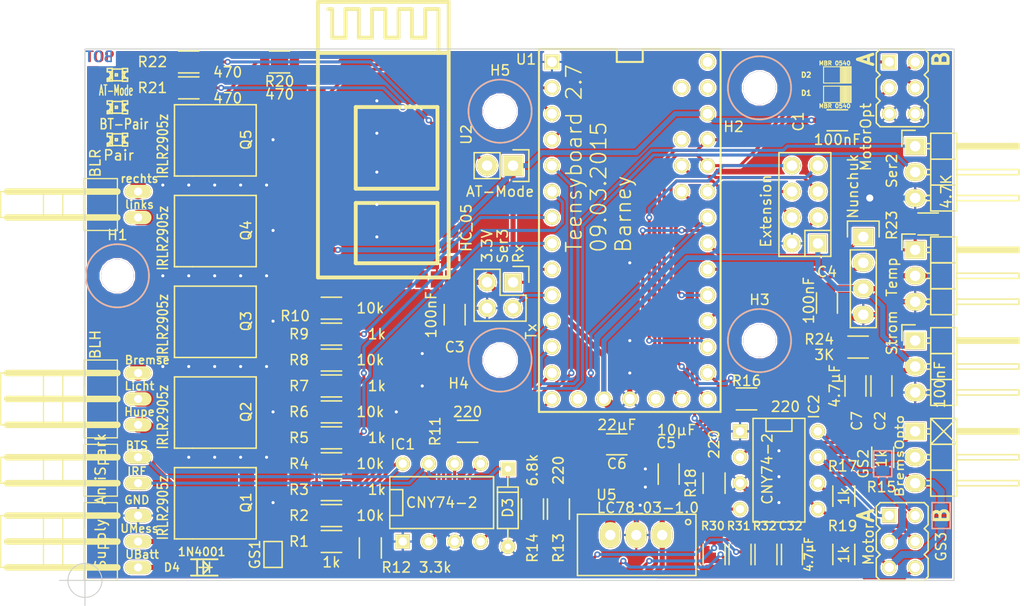
<source format=kicad_pcb>
(kicad_pcb (version 4) (host pcbnew "(2015-01-16 BZR 5376)-product")
  (layers (0 F.Cu signal) (31 B.Cu signal) (34 B.Paste user hide) (35 F.Paste user hide) (36 B.SilkS user) (37 F.SilkS user) (38 B.Mask user) (39 F.Mask user) (44 Edge.Cuts user))
  (net 0 "")
  (net 1 "Net-(U1-PadAGND)")
  (net 2 "Net-(U1-PadAREF)")
  (net 3 GND)
  (net 4 "Net-(U1-PadPGM)")
  (net 5 "Net-(U1-PadVBAT)")
  (net 6 "Net-(U1-PadVIN)")
  (net 7 "Net-(U1-PadVUSB)")
  (net 8 "Net-(U2-Pad3)")
  (net 9 "Net-(U2-Pad4)")
  (net 10 "Net-(U2-Pad5)")
  (net 11 "Net-(U2-Pad6)")
  (net 12 "Net-(U2-Pad7)")
  (net 13 "Net-(U2-Pad8)")
  (net 14 "Net-(U2-Pad9)")
  (net 15 "Net-(U2-Pad10)")
  (net 16 "Net-(U2-Pad11)")
  (net 17 "Net-(U2-Pad14)")
  (net 18 "Net-(U2-Pad15)")
  (net 19 "Net-(U2-Pad16)")
  (net 20 "Net-(U2-Pad17)")
  (net 21 "Net-(U2-Pad18)")
  (net 22 "Net-(U2-Pad19)")
  (net 23 "Net-(U2-Pad20)")
  (net 24 "Net-(U2-Pad23)")
  (net 25 "Net-(U2-Pad24)")
  (net 26 "Net-(U2-Pad25)")
  (net 27 "Net-(U2-Pad26)")
  (net 28 "Net-(U2-Pad27)")
  (net 29 "Net-(U2-Pad28)")
  (net 30 "Net-(U2-Pad29)")
  (net 31 "Net-(U2-Pad30)")
  (net 32 "Net-(U2-Pad33)")
  (net 33 "Net-(Q1-PadG)")
  (net 34 /Tx_1)
  (net 35 /Rx_1)
  (net 36 "Net-(Q2-PadG)")
  (net 37 "Net-(Q3-PadG)")
  (net 38 "Net-(Q4-PadG)")
  (net 39 "Net-(Q5-PadG)")
  (net 40 +3V3)
  (net 41 "Net-(D1-Pad2)")
  (net 42 "Net-(IC1-Pad5)")
  (net 43 /A14)
  (net 44 /A11)
  (net 45 /A10)
  (net 46 /A3)
  (net 47 /A7)
  (net 48 /A1)
  (net 49 /Pairing)
  (net 50 /Rx3)
  (net 51 /Tx3)
  (net 52 /Rx2)
  (net 53 /Tx2)
  (net 54 /Temp)
  (net 55 /UbMess)
  (net 56 /IMess)
  (net 57 /SDA)
  (net 58 /SCL)
  (net 59 /TeensyS2/BEC_B-5V)
  (net 60 /TeensyS2/Motor_Opto_B)
  (net 61 /TeensyS2/BEC_A-5V)
  (net 62 /TeensyS2/Motor_Opto_A)
  (net 63 /TeensyS2/GND_BEC_A)
  (net 64 /TeensyS2/GND_BEC_B)
  (net 65 "Net-(D2-Pad2)")
  (net 66 "Net-(D3-Pad2)")
  (net 67 Hupe)
  (net 68 Motorst_A)
  (net 69 Motorst_B)
  (net 70 Licht)
  (net 71 Bremse)
  (net 72 Blinker_L)
  (net 73 Blinker_R)
  (net 74 PWM_Power)
  (net 75 Brems_Servo)
  (net 76 "Net-(GS3-Pad1)")
  (net 77 /TeensyS2/Brems_Vcc)
  (net 78 /TeensyS2/Hupe_Out)
  (net 79 /TeensyS2/Licht_Out)
  (net 80 /TeensyS2/Bremse_Out)
  (net 81 /TeensyS2/Blinker_L_Out)
  (net 82 /TeensyS2/Blinker_R_Out)
  (net 83 UBatt)
  (net 84 "Net-(AT-Mode1-Pad2)")
  (net 85 "Net-(R20-Pad2)")
  (net 86 "Net-(R21-Pad1)")
  (net 87 "Net-(R21-Pad2)")
  (net 88 "Net-(R22-Pad1)")
  (net 89 "Net-(R22-Pad2)")
  (net 90 "Net-(GS1-Pad2)")
  (net 91 "Net-(IC1-Pad2)")
  (net 92 "Net-(IC1-Pad4)")
  (net 93 "Net-(IC1-Pad8)")
  (net 94 "Net-(IC2-Pad2)")
  (net 95 "Net-(IC2-Pad4)")
  (net 96 "Net-(R24-Pad1)")
  (net 97 /UBattD)
  (module Teensy_3_Series_Board_v1.0:Teensy_3_Series_Board_v1.0-TEENSY_3.1+4 (layer F.Cu) (at 142.24 92.71)
    (fp_text reference U1 (at -10.16 -18.034) (layer F.SilkS))
    (fp_text value TEENSY_3.1+4 hide)
    (pad 0 thru_hole circle (at -7.62 -15.24) (size 1.4732 1.4732) (drill 0.9652) (layers *.Cu *.Mask F.SilkS) (net 34 /Tx_1))
    (pad 1 thru_hole circle (at -7.62 -12.7) (size 1.4732 1.4732) (drill 0.9652) (layers *.Cu *.Mask F.SilkS) (net 35 /Rx_1))
    (pad 2 thru_hole circle (at -7.62 -10.16) (size 1.4732 1.4732) (drill 0.9652) (layers *.Cu *.Mask F.SilkS) (net 49 /Pairing))
    (pad 3 thru_hole circle (at -7.62 -7.62) (size 1.4732 1.4732) (drill 0.9652) (layers *.Cu *.Mask F.SilkS) (net 67 Hupe))
    (pad 3.3V thru_hole circle (at 7.62 -12.7) (size 1.4732 1.4732) (drill 0.9652) (layers *.Cu *.Mask F.SilkS) (net 40 +3V3))
    (pad 3.3V thru_hole circle (at -2.54 15.24) (size 1.4732 1.4732) (drill 0.9652) (layers *.Cu *.Mask F.SilkS) (net 40 +3V3))
    (pad 4 thru_hole circle (at -7.62 -5.08) (size 1.4732 1.4732) (drill 0.9652) (layers *.Cu *.Mask F.SilkS) (net 72 Blinker_L))
    (pad 5 thru_hole circle (at -7.62 -2.54) (size 1.4732 1.4732) (drill 0.9652) (layers *.Cu *.Mask F.SilkS) (net 73 Blinker_R))
    (pad 6 thru_hole circle (at -7.62 0) (size 1.4732 1.4732) (drill 0.9652) (layers *.Cu *.Mask F.SilkS) (net 71 Bremse))
    (pad 7 thru_hole circle (at -7.62 2.54) (size 1.4732 1.4732) (drill 0.9652) (layers *.Cu *.Mask F.SilkS) (net 50 /Rx3))
    (pad 8 thru_hole circle (at -7.62 5.08) (size 1.4732 1.4732) (drill 0.9652) (layers *.Cu *.Mask F.SilkS) (net 51 /Tx3))
    (pad 9 thru_hole circle (at -7.62 7.62) (size 1.4732 1.4732) (drill 0.9652) (layers *.Cu *.Mask F.SilkS) (net 52 /Rx2))
    (pad 10 thru_hole circle (at -7.62 10.16) (size 1.4732 1.4732) (drill 0.9652) (layers *.Cu *.Mask F.SilkS) (net 53 /Tx2))
    (pad 11 thru_hole circle (at -7.62 12.7) (size 1.4732 1.4732) (drill 0.9652) (layers *.Cu *.Mask F.SilkS) (net 70 Licht))
    (pad 12 thru_hole circle (at -7.62 15.24) (size 1.4732 1.4732) (drill 0.9652) (layers *.Cu *.Mask F.SilkS) (net 74 PWM_Power))
    (pad 13 thru_hole circle (at 7.62 15.24) (size 1.4732 1.4732) (drill 0.9652) (layers *.Cu *.Mask F.SilkS) (net 54 /Temp))
    (pad 14/A thru_hole circle (at 7.62 12.7) (size 1.4732 1.4732) (drill 0.9652) (layers *.Cu *.Mask F.SilkS) (net 55 /UbMess))
    (pad 15/A thru_hole circle (at 7.62 10.16) (size 1.4732 1.4732) (drill 0.9652) (layers *.Cu *.Mask F.SilkS) (net 48 /A1))
    (pad 16/A thru_hole circle (at 7.62 7.62) (size 1.4732 1.4732) (drill 0.9652) (layers *.Cu *.Mask F.SilkS) (net 56 /IMess))
    (pad 17/A thru_hole circle (at 7.62 5.08) (size 1.4732 1.4732) (drill 0.9652) (layers *.Cu *.Mask F.SilkS) (net 46 /A3))
    (pad 18/A thru_hole circle (at 7.62 2.54) (size 1.4732 1.4732) (drill 0.9652) (layers *.Cu *.Mask F.SilkS) (net 57 /SDA))
    (pad 19/A thru_hole circle (at 7.62 0) (size 1.4732 1.4732) (drill 0.9652) (layers *.Cu *.Mask F.SilkS) (net 58 /SCL))
    (pad 20/A thru_hole circle (at 7.62 -2.54) (size 1.4732 1.4732) (drill 0.9652) (layers *.Cu *.Mask F.SilkS) (net 75 Brems_Servo))
    (pad 21/A thru_hole circle (at 7.62 -5.08) (size 1.4732 1.4732) (drill 0.9652) (layers *.Cu *.Mask F.SilkS) (net 47 /A7))
    (pad 22/A thru_hole circle (at 7.62 -7.62) (size 1.4732 1.4732) (drill 0.9652) (layers *.Cu *.Mask F.SilkS) (net 69 Motorst_B))
    (pad 23/A thru_hole circle (at 7.62 -10.16) (size 1.4732 1.4732) (drill 0.9652) (layers *.Cu *.Mask F.SilkS) (net 68 Motorst_A))
    (pad A10 thru_hole circle (at 5.08 -7.62) (size 1.4732 1.4732) (drill 0.9652) (layers *.Cu *.Mask F.SilkS) (net 45 /A10))
    (pad A11 thru_hole circle (at 5.08 -5.08) (size 1.4732 1.4732) (drill 0.9652) (layers *.Cu *.Mask F.SilkS) (net 44 /A11))
    (pad A14 thru_hole circle (at 5.08 15.24) (size 1.4732 1.4732) (drill 0.9652) (layers *.Cu *.Mask F.SilkS) (net 43 /A14))
    (pad AGND thru_hole circle (at 7.62 -15.24) (size 1.4732 1.4732) (drill 0.9652) (layers *.Cu *.Mask F.SilkS) (net 1 "Net-(U1-PadAGND)"))
    (pad AREF thru_hole circle (at 5.08 -10.16) (size 1.4732 1.4732) (drill 0.9652) (layers *.Cu *.Mask F.SilkS) (net 2 "Net-(U1-PadAREF)"))
    (pad GND thru_hole rect (at -7.62 -17.78) (size 1.4732 1.4732) (drill 0.9652) (layers *.Cu *.Mask F.SilkS) (net 3 GND))
    (pad GND1 thru_hole circle (at 0 15.24) (size 1.4732 1.4732) (drill 0.9652) (layers *.Cu *.Mask F.SilkS) (net 3 GND))
    (pad PGM thru_hole circle (at 2.54 15.24) (size 1.4732 1.4732) (drill 0.9652) (layers *.Cu *.Mask F.SilkS) (net 4 "Net-(U1-PadPGM)"))
    (pad VBAT thru_hole circle (at -5.08 15.24) (size 1.4732 1.4732) (drill 0.9652) (layers *.Cu *.Mask F.SilkS) (net 5 "Net-(U1-PadVBAT)"))
    (pad VIN thru_hole circle (at 7.62 -17.78) (size 1.4732 1.4732) (drill 0.9652) (layers *.Cu *.Mask F.SilkS) (net 6 "Net-(U1-PadVIN)"))
    (pad VUSB thru_hole circle (at 5.08 -15.24) (size 1.4732 1.4732) (drill 0.9652) (layers *.Cu *.Mask F.SilkS) (net 7 "Net-(U1-PadVUSB)"))
  )
  (module packages:SOD123F-REFLOW (layer F.Cu) (at 100.584 124.46)
    (fp_text reference D4 (at -3.175 0) (layer F.SilkS) (effects (font (size 0.8 0.8))))
    (fp_text value 1N4001 (at -0.254 -1.524) (layer F.SilkS) (effects (font (size 0.8 0.8))))
    (pad 1 smd rect (at -1.45034 0) (size 1.19888 1.19888) (layers F.Cu F.Paste F.Mask) (net 83 UBatt))
    (pad 2 smd rect (at 1.45034 0) (size 1.19888 1.19888) (layers F.Cu F.Paste F.Mask) (net 97 /UBattD))
  )
  (module packages:con-pss254_reichelt-02W (layer F.Cu) (at 92.075 91.44 90)
    (fp_text reference X4 hide)
    (fp_text value BLR (at 6.604 -2.159 270) (layer F.SilkS))
    (pad P$1 thru_hole oval (at 1.27 2.032 90) (size 1.30556 2.61366) (drill 0.79756) (layers *.Cu *.Mask F.SilkS) (net 81 /TeensyS2/Blinker_L_Out))
    (pad P$2 thru_hole oval (at 3.81 2.032 90) (size 1.30556 2.61366) (drill 0.79756) (layers *.Cu *.Mask F.SilkS) (net 82 /TeensyS2/Blinker_R_Out))
  )
  (module Capacitors_SMD:C_1206 (layer F.Cu) (at 158.115 123.19 90)
    (fp_text reference C32 (at 2.794 -0.127 180) (layer F.SilkS) (effects (font (size 0.8 0.8))))
    (fp_text value 4.7µF (at 0 1.651 90) (layer F.SilkS) (effects (font (size 0.8 0.8))))
    (pad 1 smd rect (at -1.5 0 90) (size 1 1.6) (layers F.Cu F.Paste F.Mask) (net 55 /UbMess))
    (pad 2 smd rect (at 1.5 0 90) (size 1 1.6) (layers F.Cu F.Paste F.Mask) (net 3 GND))
  )
  (module packages:connector-JP3Q (layer F.Cu) (at 168.91 77.47 270)
    (fp_text reference JP1 hide)
    (fp_text value MotorOpt (at 4.826 3.556 270) (layer F.SilkS))
    (pad 1A thru_hole rect (at -2.54 1.27 270) (size 1.4224 1.4224) (drill 0.9144) (layers *.Cu *.Mask F.SilkS) (net 68 Motorst_A))
    (pad 1B thru_hole circle (at -2.54 -1.27 270) (size 1.4224 1.4224) (drill 0.9144) (layers *.Cu *.Mask F.SilkS) (net 69 Motorst_B))
    (pad 2A thru_hole circle (at 0 1.27 270) (size 1.4224 1.4224) (drill 0.9144) (layers *.Cu *.Mask F.SilkS) (net 41 "Net-(D1-Pad2)"))
    (pad 2B thru_hole circle (at 0 -1.27 270) (size 1.4224 1.4224) (drill 0.9144) (layers *.Cu *.Mask F.SilkS) (net 65 "Net-(D2-Pad2)"))
    (pad 3A thru_hole circle (at 2.54 1.27 270) (size 1.4224 1.4224) (drill 0.9144) (layers *.Cu *.Mask F.SilkS) (net 3 GND))
    (pad 3B thru_hole circle (at 2.54 -1.27 270) (size 1.4224 1.4224) (drill 0.9144) (layers *.Cu *.Mask F.SilkS) (net 3 GND))
  )
  (module packages:Gaptec-LC78_03 (layer F.Cu) (at 142.875 121.285 180)
    (fp_text reference U5 (at 2.921 3.937 180) (layer F.SilkS))
    (fp_text value LC78_03-1.0 (at -1.143 2.667 180) (layer F.SilkS))
    (pad 2 thru_hole oval (at 0 0 180) (size 2.032 2.54) (drill 1) (layers *.Cu *.Mask F.SilkS) (net 3 GND))
    (pad 3 thru_hole oval (at 2.54 0 180) (size 2.032 2.54) (drill 1) (layers *.Cu *.Mask F.SilkS) (net 40 +3V3))
    (pad 1 thru_hole oval (at -2.54 0 180) (size 2.032 2.54) (drill 1) (layers *.Cu *.Mask F.SilkS) (net 97 /UBattD))
  )
  (module GS2 (layer B.Cu) (at 167.005 114.3 180)
    (fp_text reference GS2 (at 1.905 0 270) (layer F.SilkS))
    (fp_text value GS2 hide)
    (pad 1 smd rect (at 0 0.635 180) (size 1.27 0.9652) (layers B.Cu B.Paste B.Mask) (net 77 /TeensyS2/Brems_Vcc))
    (pad 2 smd rect (at 0 -0.635 180) (size 1.27 0.9652) (layers B.Cu B.Paste B.Mask) (net 61 /TeensyS2/BEC_A-5V))
  )
  (module w_rf_modules:ITEAD_HC-05 (layer F.Cu) (at 118.11 82.55)
    (fp_text reference U2 (at 8.128 -0.508 90) (layer F.SilkS))
    (fp_text value HC_05 (at 8.128 8.636 90) (layer F.SilkS))
    (pad 11 smd rect (at -6.49986 8.99922) (size 1.69926 1.19888) (layers F.Cu F.Paste F.Mask) (net 16 "Net-(U2-Pad11)"))
    (pad 12 smd rect (at -6.49986 10.50036) (size 1.69926 1.19888) (layers F.Cu F.Paste F.Mask) (net 40 +3V3))
    (pad 13 smd rect (at -6.49986 11.99896) (size 1.69926 1.19888) (layers F.Cu F.Paste F.Mask) (net 3 GND))
    (pad 10 smd rect (at -6.49986 7.50062) (size 1.69926 1.19888) (layers F.Cu F.Paste F.Mask) (net 15 "Net-(U2-Pad10)"))
    (pad 9 smd rect (at -6.49986 5.99948) (size 1.69926 1.19888) (layers F.Cu F.Paste F.Mask) (net 14 "Net-(U2-Pad9)"))
    (pad 8 smd rect (at -6.49986 4.50088) (size 1.69926 1.19888) (layers F.Cu F.Paste F.Mask) (net 13 "Net-(U2-Pad8)"))
    (pad 7 smd rect (at -6.49986 2.99974) (size 1.69926 1.19888) (layers F.Cu F.Paste F.Mask) (net 12 "Net-(U2-Pad7)"))
    (pad 6 smd rect (at -6.49986 1.50114) (size 1.69926 1.19888) (layers F.Cu F.Paste F.Mask) (net 11 "Net-(U2-Pad6)"))
    (pad 5 smd rect (at -6.49986 0) (size 1.69926 1.19888) (layers F.Cu F.Paste F.Mask) (net 10 "Net-(U2-Pad5)"))
    (pad 4 smd rect (at -6.49986 -1.50114) (size 1.69926 1.19888) (layers F.Cu F.Paste F.Mask) (net 9 "Net-(U2-Pad4)"))
    (pad 3 smd rect (at -6.49986 -2.99974) (size 1.69926 1.19888) (layers F.Cu F.Paste F.Mask) (net 8 "Net-(U2-Pad3)"))
    (pad 2 smd rect (at -6.49986 -4.50088) (size 1.69926 1.19888) (layers F.Cu F.Paste F.Mask) (net 35 /Rx_1))
    (pad 1 smd rect (at -6.49986 -5.99948) (size 1.69926 1.19888) (layers F.Cu F.Paste F.Mask) (net 34 /Tx_1))
    (pad 14 smd rect (at -5.25018 13.69568) (size 1.19888 1.59766) (layers F.Cu F.Paste F.Mask) (net 17 "Net-(U2-Pad14)"))
    (pad 15 smd rect (at -3.7465 13.64996) (size 1.19888 1.69926) (layers F.Cu F.Paste F.Mask) (net 18 "Net-(U2-Pad15)"))
    (pad 16 smd rect (at -2.2479 13.64996) (size 1.19888 1.69926) (layers F.Cu F.Paste F.Mask) (net 19 "Net-(U2-Pad16)"))
    (pad 17 smd rect (at -0.7493 13.64996) (size 1.19888 1.69926) (layers F.Cu F.Paste F.Mask) (net 20 "Net-(U2-Pad17)"))
    (pad 18 smd rect (at 0.7493 13.64996) (size 1.19888 1.69926) (layers F.Cu F.Paste F.Mask) (net 21 "Net-(U2-Pad18)"))
    (pad 19 smd rect (at 2.2479 13.64996) (size 1.19888 1.69926) (layers F.Cu F.Paste F.Mask) (net 22 "Net-(U2-Pad19)"))
    (pad 20 smd rect (at 3.7465 13.64996) (size 1.19888 1.69926) (layers F.Cu F.Paste F.Mask) (net 23 "Net-(U2-Pad20)"))
    (pad 21 smd rect (at 5.2451 13.69822) (size 1.19888 1.59766) (layers F.Cu F.Paste F.Mask) (net 3 GND))
    (pad 22 smd rect (at 6.49986 11.99896) (size 1.69926 1.19888) (layers F.Cu F.Paste F.Mask) (net 3 GND))
    (pad 23 smd rect (at 6.49986 10.50036) (size 1.69926 1.19888) (layers F.Cu F.Paste F.Mask) (net 24 "Net-(U2-Pad23)"))
    (pad 24 smd rect (at 6.49986 8.99668) (size 1.69926 1.19888) (layers F.Cu F.Paste F.Mask) (net 25 "Net-(U2-Pad24)"))
    (pad 25 smd rect (at 6.49986 7.50062) (size 1.69926 1.19888) (layers F.Cu F.Paste F.Mask) (net 26 "Net-(U2-Pad25)"))
    (pad 26 smd rect (at 6.49986 5.99948) (size 1.69926 1.19888) (layers F.Cu F.Paste F.Mask) (net 27 "Net-(U2-Pad26)"))
    (pad 27 smd rect (at 6.49986 4.50088) (size 1.69926 1.19888) (layers F.Cu F.Paste F.Mask) (net 28 "Net-(U2-Pad27)"))
    (pad 28 smd rect (at 6.49986 2.99974) (size 1.69926 1.19888) (layers F.Cu F.Paste F.Mask) (net 29 "Net-(U2-Pad28)"))
    (pad 29 smd rect (at 6.49986 1.50114) (size 1.69926 1.19888) (layers F.Cu F.Paste F.Mask) (net 30 "Net-(U2-Pad29)"))
    (pad 30 smd rect (at 6.49986 0) (size 1.69926 1.19888) (layers F.Cu F.Paste F.Mask) (net 31 "Net-(U2-Pad30)"))
    (pad 31 smd rect (at 6.49986 -1.50114) (size 1.69926 1.19888) (layers F.Cu F.Paste F.Mask) (net 88 "Net-(R22-Pad1)"))
    (pad 32 smd rect (at 6.49986 -2.99974) (size 1.69926 1.19888) (layers F.Cu F.Paste F.Mask) (net 86 "Net-(R21-Pad1)"))
    (pad 33 smd rect (at 6.49986 -4.50088) (size 1.69926 1.19888) (layers F.Cu F.Paste F.Mask) (net 32 "Net-(U2-Pad33)"))
    (pad 34 smd rect (at 6.49986 -5.99948) (size 1.69926 1.19888) (layers F.Cu F.Paste F.Mask) (net 84 "Net-(AT-Mode1-Pad2)"))
  )
  (module Resistors_SMD:R_1206 (layer F.Cu) (at 113.03 121.92)
    (fp_text reference R1 (at -3.175 0) (layer F.SilkS))
    (fp_text value 1k (at 0 2.032) (layer F.SilkS))
    (pad 1 smd rect (at -1.45 0) (size 0.9 1.7) (layers F.Cu F.Paste F.Mask) (net 33 "Net-(Q1-PadG)"))
    (pad 2 smd rect (at 1.45 0) (size 0.9 1.7) (layers F.Cu F.Paste F.Mask) (net 67 Hupe))
  )
  (module SMD_Packages:DPAK-3_GDS (layer F.Cu) (at 104.775 118.11 90)
    (fp_text reference Q1 (at 0 -0.09906 90) (layer F.SilkS))
    (fp_text value IRLR2905z (at -0.508 -8.255 90) (layer F.SilkS) (effects (font (size 1 0.8))))
    (pad G smd rect (at -2.286 2.413 90) (size 1.651 3.048) (layers F.Cu F.Paste F.Mask) (net 33 "Net-(Q1-PadG)"))
    (pad D smd rect (at 0 -3.937 90) (size 6.096 6.096) (layers F.Cu F.Paste F.Mask) (net 78 /TeensyS2/Hupe_Out))
    (pad S smd rect (at 2.286 2.413 90) (size 1.651 3.048) (layers F.Cu F.Paste F.Mask) (net 3 GND))
  )
  (module Resistors_SMD:R_1206 (layer F.Cu) (at 113.03 119.38)
    (fp_text reference R2 (at -3.175 0) (layer F.SilkS))
    (fp_text value 10k (at 3.81 0) (layer F.SilkS))
    (pad 1 smd rect (at -1.45 0) (size 0.9 1.7) (layers F.Cu F.Paste F.Mask) (net 33 "Net-(Q1-PadG)"))
    (pad 2 smd rect (at 1.45 0) (size 0.9 1.7) (layers F.Cu F.Paste F.Mask) (net 3 GND))
  )
  (module Resistors_SMD:R_1206 (layer F.Cu) (at 113.03 116.84)
    (fp_text reference R3 (at -3.175 0) (layer F.SilkS))
    (fp_text value 1k (at 4.445 0) (layer F.SilkS))
    (pad 1 smd rect (at -1.45 0) (size 0.9 1.7) (layers F.Cu F.Paste F.Mask) (net 36 "Net-(Q2-PadG)"))
    (pad 2 smd rect (at 1.45 0) (size 0.9 1.7) (layers F.Cu F.Paste F.Mask) (net 70 Licht))
  )
  (module SMD_Packages:DPAK-3_GDS (layer F.Cu) (at 104.775 109.22 90)
    (fp_text reference Q2 (at 0 -0.09906 90) (layer F.SilkS))
    (fp_text value IRLR2905z (at -0.508 -8.255 90) (layer F.SilkS) (effects (font (size 1 0.8))))
    (pad G smd rect (at -2.286 2.413 90) (size 1.651 3.048) (layers F.Cu F.Paste F.Mask) (net 36 "Net-(Q2-PadG)"))
    (pad D smd rect (at 0 -3.937 90) (size 6.096 6.096) (layers F.Cu F.Paste F.Mask) (net 79 /TeensyS2/Licht_Out))
    (pad S smd rect (at 2.286 2.413 90) (size 1.651 3.048) (layers F.Cu F.Paste F.Mask) (net 3 GND))
  )
  (module SMD_Packages:DPAK-3_GDS (layer F.Cu) (at 104.775 100.33 90)
    (fp_text reference Q3 (at 0 -0.09906 90) (layer F.SilkS))
    (fp_text value IRLR2905z (at -0.508 -8.255 90) (layer F.SilkS) (effects (font (size 1 0.8))))
    (pad G smd rect (at -2.286 2.413 90) (size 1.651 3.048) (layers F.Cu F.Paste F.Mask) (net 37 "Net-(Q3-PadG)"))
    (pad D smd rect (at 0 -3.937 90) (size 6.096 6.096) (layers F.Cu F.Paste F.Mask) (net 80 /TeensyS2/Bremse_Out))
    (pad S smd rect (at 2.286 2.413 90) (size 1.651 3.048) (layers F.Cu F.Paste F.Mask) (net 3 GND))
  )
  (module SMD_Packages:DPAK-3_GDS (layer F.Cu) (at 104.775 91.44 90)
    (fp_text reference Q4 (at 0 -0.09906 90) (layer F.SilkS))
    (fp_text value IRLR2905z (at -0.762 -8.255 90) (layer F.SilkS) (effects (font (size 1 0.8))))
    (pad G smd rect (at -2.286 2.413 90) (size 1.651 3.048) (layers F.Cu F.Paste F.Mask) (net 38 "Net-(Q4-PadG)"))
    (pad D smd rect (at 0 -3.937 90) (size 6.096 6.096) (layers F.Cu F.Paste F.Mask) (net 81 /TeensyS2/Blinker_L_Out))
    (pad S smd rect (at 2.286 2.413 90) (size 1.651 3.048) (layers F.Cu F.Paste F.Mask) (net 3 GND))
  )
  (module SMD_Packages:DPAK-3_GDS (layer F.Cu) (at 104.775 82.55 90)
    (fp_text reference Q5 (at 0 -0.09906 90) (layer F.SilkS))
    (fp_text value IRLR2905z (at -0.635 -8.255 90) (layer F.SilkS) (effects (font (size 1 0.8))))
    (pad G smd rect (at -2.286 2.413 90) (size 1.651 3.048) (layers F.Cu F.Paste F.Mask) (net 39 "Net-(Q5-PadG)"))
    (pad D smd rect (at 0 -3.937 90) (size 6.096 6.096) (layers F.Cu F.Paste F.Mask) (net 82 /TeensyS2/Blinker_R_Out))
    (pad S smd rect (at 2.286 2.413 90) (size 1.651 3.048) (layers F.Cu F.Paste F.Mask) (net 3 GND))
  )
  (module Resistors_SMD:R_1206 (layer F.Cu) (at 113.03 114.3)
    (fp_text reference R4 (at -3.175 0) (layer F.SilkS))
    (fp_text value 10k (at 3.81 0) (layer F.SilkS))
    (pad 1 smd rect (at -1.45 0) (size 0.9 1.7) (layers F.Cu F.Paste F.Mask) (net 36 "Net-(Q2-PadG)"))
    (pad 2 smd rect (at 1.45 0) (size 0.9 1.7) (layers F.Cu F.Paste F.Mask) (net 3 GND))
  )
  (module Resistors_SMD:R_1206 (layer F.Cu) (at 113.03 111.76)
    (fp_text reference R5 (at -3.175 0) (layer F.SilkS))
    (fp_text value 1k (at 4.445 0) (layer F.SilkS))
    (pad 1 smd rect (at -1.45 0) (size 0.9 1.7) (layers F.Cu F.Paste F.Mask) (net 37 "Net-(Q3-PadG)"))
    (pad 2 smd rect (at 1.45 0) (size 0.9 1.7) (layers F.Cu F.Paste F.Mask) (net 71 Bremse))
  )
  (module Resistors_SMD:R_1206 (layer F.Cu) (at 113.03 109.22)
    (fp_text reference R6 (at -3.175 0) (layer F.SilkS))
    (fp_text value 10k (at 3.81 0) (layer F.SilkS))
    (pad 1 smd rect (at -1.45 0) (size 0.9 1.7) (layers F.Cu F.Paste F.Mask) (net 37 "Net-(Q3-PadG)"))
    (pad 2 smd rect (at 1.45 0) (size 0.9 1.7) (layers F.Cu F.Paste F.Mask) (net 3 GND))
  )
  (module Resistors_SMD:R_1206 (layer F.Cu) (at 113.03 106.68)
    (fp_text reference R7 (at -3.175 0) (layer F.SilkS))
    (fp_text value 1k (at 4.445 0) (layer F.SilkS))
    (pad 1 smd rect (at -1.45 0) (size 0.9 1.7) (layers F.Cu F.Paste F.Mask) (net 38 "Net-(Q4-PadG)"))
    (pad 2 smd rect (at 1.45 0) (size 0.9 1.7) (layers F.Cu F.Paste F.Mask) (net 72 Blinker_L))
  )
  (module Resistors_SMD:R_1206 (layer F.Cu) (at 113.03 104.14)
    (fp_text reference R8 (at -3.175 0) (layer F.SilkS))
    (fp_text value 10k (at 3.81 0) (layer F.SilkS))
    (pad 1 smd rect (at -1.45 0) (size 0.9 1.7) (layers F.Cu F.Paste F.Mask) (net 38 "Net-(Q4-PadG)"))
    (pad 2 smd rect (at 1.45 0) (size 0.9 1.7) (layers F.Cu F.Paste F.Mask) (net 3 GND))
  )
  (module Resistors_SMD:R_1206 (layer F.Cu) (at 113.03 101.6)
    (fp_text reference R9 (at -3.175 0) (layer F.SilkS))
    (fp_text value 1k (at 4.445 0) (layer F.SilkS))
    (pad 1 smd rect (at -1.45 0) (size 0.9 1.7) (layers F.Cu F.Paste F.Mask) (net 39 "Net-(Q5-PadG)"))
    (pad 2 smd rect (at 1.45 0) (size 0.9 1.7) (layers F.Cu F.Paste F.Mask) (net 73 Blinker_R))
  )
  (module Resistors_SMD:R_1206 (layer F.Cu) (at 113.03 99.06)
    (fp_text reference R10 (at -3.556 0.762) (layer F.SilkS))
    (fp_text value 10k (at 3.81 0) (layer F.SilkS))
    (pad 1 smd rect (at -1.45 0) (size 0.9 1.7) (layers F.Cu F.Paste F.Mask) (net 39 "Net-(Q5-PadG)"))
    (pad 2 smd rect (at 1.45 0) (size 0.9 1.7) (layers F.Cu F.Paste F.Mask) (net 3 GND))
  )
  (module Sockets_DIP:DIP-8__300 (layer F.Cu) (at 123.825 118.11)
    (fp_text reference IC1 (at -3.81 -5.715 180) (layer F.SilkS))
    (fp_text value CNY74-2 (at 0 0) (layer F.SilkS))
    (pad 1 thru_hole rect (at -3.81 3.81) (size 1.397 1.397) (drill 0.8128) (layers *.Cu *.Mask F.SilkS) (net 3 GND))
    (pad 2 thru_hole circle (at -1.27 3.81) (size 1.397 1.397) (drill 0.8128) (layers *.Cu *.Mask F.SilkS) (net 91 "Net-(IC1-Pad2)"))
    (pad 3 thru_hole circle (at 1.27 3.81) (size 1.397 1.397) (drill 0.8128) (layers *.Cu *.Mask F.SilkS) (net 3 GND))
    (pad 4 thru_hole circle (at 3.81 3.81) (size 1.397 1.397) (drill 0.8128) (layers *.Cu *.Mask F.SilkS) (net 92 "Net-(IC1-Pad4)"))
    (pad 5 thru_hole circle (at 3.81 -3.81) (size 1.397 1.397) (drill 0.8128) (layers *.Cu *.Mask F.SilkS) (net 42 "Net-(IC1-Pad5)"))
    (pad 6 thru_hole circle (at 1.27 -3.81) (size 1.397 1.397) (drill 0.8128) (layers *.Cu *.Mask F.SilkS) (net 77 /TeensyS2/Brems_Vcc))
    (pad 7 thru_hole circle (at -1.27 -3.81) (size 1.397 1.397) (drill 0.8128) (layers *.Cu *.Mask F.SilkS) (net 66 "Net-(D3-Pad2)"))
    (pad 8 thru_hole circle (at -3.81 -3.81) (size 1.397 1.397) (drill 0.8128) (layers *.Cu *.Mask F.SilkS) (net 93 "Net-(IC1-Pad8)"))
  )
  (module GS2 (layer B.Cu) (at 172.72 119.38 180)
    (fp_text reference GS3 (at 0 -3.048 270) (layer F.SilkS))
    (fp_text value GS2 hide)
    (pad 1 smd rect (at 0 0.635 180) (size 1.27 0.9652) (layers B.Cu B.Paste B.Mask) (net 76 "Net-(GS3-Pad1)"))
    (pad 2 smd rect (at 0 -0.635 180) (size 1.27 0.9652) (layers B.Cu B.Paste B.Mask) (net 63 /TeensyS2/GND_BEC_A))
  )
  (module Resistors_SMD:R_1206 (layer F.Cu) (at 126.365 111.125)
    (fp_text reference R11 (at -3.175 0 90) (layer F.SilkS))
    (fp_text value 220 (at 0 -1.905) (layer F.SilkS))
    (pad 1 smd rect (at -1.45 0) (size 0.9 1.7) (layers F.Cu F.Paste F.Mask) (net 91 "Net-(IC1-Pad2)"))
    (pad 2 smd rect (at 1.45 0) (size 0.9 1.7) (layers F.Cu F.Paste F.Mask) (net 74 PWM_Power))
  )
  (module Resistors_SMD:R_1206 (layer F.Cu) (at 116.84 122.555 90)
    (fp_text reference R12 (at -1.905 2.54 180) (layer F.SilkS))
    (fp_text value 3.3k (at -1.905 6.35 180) (layer F.SilkS))
    (pad 1 smd rect (at -1.45 0 90) (size 0.9 1.7) (layers F.Cu F.Paste F.Mask) (net 83 UBatt))
    (pad 2 smd rect (at 1.45 0 90) (size 0.9 1.7) (layers F.Cu F.Paste F.Mask) (net 93 "Net-(IC1-Pad8)"))
  )
  (module Resistors_SMD:R_1206 (layer F.Cu) (at 132.715 118.745 270)
    (fp_text reference R13 (at 3.81 -2.54 270) (layer F.SilkS))
    (fp_text value 6.8k (at -3.81 0 270) (layer F.SilkS))
    (pad 1 smd rect (at -1.45 0 270) (size 0.9 1.7) (layers F.Cu F.Paste F.Mask) (net 66 "Net-(D3-Pad2)"))
    (pad 2 smd rect (at 1.45 0 270) (size 0.9 1.7) (layers F.Cu F.Paste F.Mask) (net 3 GND))
  )
  (module Resistors_SMD:R_1206 (layer F.Cu) (at 135.255 118.745 90)
    (fp_text reference R14 (at -3.81 -2.54 90) (layer F.SilkS))
    (fp_text value 220 (at 3.81 0 90) (layer F.SilkS))
    (pad 1 smd rect (at -1.45 0 90) (size 0.9 1.7) (layers F.Cu F.Paste F.Mask) (net 92 "Net-(IC1-Pad4)"))
    (pad 2 smd rect (at 1.45 0 90) (size 0.9 1.7) (layers F.Cu F.Paste F.Mask) (net 75 Brems_Servo))
  )
  (module Resistors_SMD:R_1206 (layer F.Cu) (at 167.005 113.665 270)
    (fp_text reference R15 (at 2.921 0.127 360) (layer F.SilkS))
    (fp_text value 1k (at 0.127 0.127 270) (layer F.SilkS))
    (pad 1 smd rect (at -1.45 0 270) (size 0.9 1.7) (layers F.Cu F.Paste F.Mask) (net 42 "Net-(IC1-Pad5)"))
    (pad 2 smd rect (at 1.45 0 270) (size 0.9 1.7) (layers F.Cu F.Paste F.Mask) (net 76 "Net-(GS3-Pad1)"))
  )
  (module Pin_Headers:Pin_Header_Straight_2x04 (layer F.Cu) (at 159.385 88.9 90)
    (fp_text reference Extension1 hide)
    (fp_text value Extension (at -0.635 -3.81 90) (layer F.SilkS))
    (pad 1 thru_hole rect (at -3.81 1.27 90) (size 1.7272 1.7272) (drill 1.016) (layers *.Cu *.Mask F.SilkS) (net 40 +3V3))
    (pad 2 thru_hole oval (at -3.81 -1.27 90) (size 1.7272 1.7272) (drill 1.016) (layers *.Cu *.Mask F.SilkS) (net 3 GND))
    (pad 3 thru_hole oval (at -1.27 1.27 90) (size 1.7272 1.7272) (drill 1.016) (layers *.Cu *.Mask F.SilkS) (net 43 /A14))
    (pad 4 thru_hole oval (at -1.27 -1.27 90) (size 1.7272 1.7272) (drill 1.016) (layers *.Cu *.Mask F.SilkS) (net 44 /A11))
    (pad 5 thru_hole oval (at 1.27 1.27 90) (size 1.7272 1.7272) (drill 1.016) (layers *.Cu *.Mask F.SilkS) (net 45 /A10))
    (pad 6 thru_hole oval (at 1.27 -1.27 90) (size 1.7272 1.7272) (drill 1.016) (layers *.Cu *.Mask F.SilkS) (net 46 /A3))
    (pad 7 thru_hole oval (at 3.81 1.27 90) (size 1.7272 1.7272) (drill 1.016) (layers *.Cu *.Mask F.SilkS) (net 47 /A7))
    (pad 8 thru_hole oval (at 3.81 -1.27 90) (size 1.7272 1.7272) (drill 1.016) (layers *.Cu *.Mask F.SilkS) (net 48 /A1))
  )
  (module Sockets_DIP:DIP-8__300 (layer F.Cu) (at 156.845 114.935 270)
    (fp_text reference IC2 (at -6.223 -3.429 270) (layer F.SilkS))
    (fp_text value CNY74-2 (at -0.127 1.143 270) (layer F.SilkS))
    (pad 1 thru_hole rect (at -3.81 3.81 270) (size 1.397 1.397) (drill 0.8128) (layers *.Cu *.Mask F.SilkS) (net 3 GND))
    (pad 2 thru_hole circle (at -1.27 3.81 270) (size 1.397 1.397) (drill 0.8128) (layers *.Cu *.Mask F.SilkS) (net 94 "Net-(IC2-Pad2)"))
    (pad 3 thru_hole circle (at 1.27 3.81 270) (size 1.397 1.397) (drill 0.8128) (layers *.Cu *.Mask F.SilkS) (net 3 GND))
    (pad 4 thru_hole circle (at 3.81 3.81 270) (size 1.397 1.397) (drill 0.8128) (layers *.Cu *.Mask F.SilkS) (net 95 "Net-(IC2-Pad4)"))
    (pad 5 thru_hole circle (at 3.81 -3.81 270) (size 1.397 1.397) (drill 0.8128) (layers *.Cu *.Mask F.SilkS) (net 60 /TeensyS2/Motor_Opto_B))
    (pad 6 thru_hole circle (at 1.27 -3.81 270) (size 1.397 1.397) (drill 0.8128) (layers *.Cu *.Mask F.SilkS) (net 59 /TeensyS2/BEC_B-5V))
    (pad 7 thru_hole circle (at -1.27 -3.81 270) (size 1.397 1.397) (drill 0.8128) (layers *.Cu *.Mask F.SilkS) (net 62 /TeensyS2/Motor_Opto_A))
    (pad 8 thru_hole circle (at -3.81 -3.81 270) (size 1.397 1.397) (drill 0.8128) (layers *.Cu *.Mask F.SilkS) (net 61 /TeensyS2/BEC_A-5V))
  )
  (module Resistors_SMD:R_1206 (layer F.Cu) (at 153.67 107.95 180)
    (fp_text reference R16 (at 0 1.778 180) (layer F.SilkS))
    (fp_text value 220 (at -3.81 -0.762 180) (layer F.SilkS))
    (pad 1 smd rect (at -1.45 0 180) (size 0.9 1.7) (layers F.Cu F.Paste F.Mask) (net 94 "Net-(IC2-Pad2)"))
    (pad 2 smd rect (at 1.45 0 180) (size 0.9 1.7) (layers F.Cu F.Paste F.Mask) (net 68 Motorst_A))
  )
  (module Resistors_SMD:R_1206 (layer F.Cu) (at 163.195 117.475 270)
    (fp_text reference R17 (at -2.921 0.127 360) (layer F.SilkS))
    (fp_text value 1k (at 0 0 270) (layer F.SilkS))
    (pad 1 smd rect (at -1.45 0 270) (size 0.9 1.7) (layers F.Cu F.Paste F.Mask) (net 62 /TeensyS2/Motor_Opto_A))
    (pad 2 smd rect (at 1.45 0 270) (size 0.9 1.7) (layers F.Cu F.Paste F.Mask) (net 63 /TeensyS2/GND_BEC_A))
  )
  (module Pin_Headers:Pin_Header_Angled_1x03 (layer F.Cu) (at 170.18 113.665 270)
    (fp_text reference P1 hide)
    (fp_text value BremsOpto (at -0.127 1.524 270) (layer F.SilkS) (effects (font (size 0.8 1))))
    (pad 1 thru_hole rect (at -2.54 0 270) (size 1.7272 2.032) (drill 1.016) (layers *.Cu *.Mask F.SilkS) (net 42 "Net-(IC1-Pad5)"))
    (pad 2 thru_hole oval (at 0 0 270) (size 1.7272 2.032) (drill 1.016) (layers *.Cu *.Mask F.SilkS) (net 77 /TeensyS2/Brems_Vcc))
    (pad 3 thru_hole oval (at 2.54 0 270) (size 1.7272 2.032) (drill 1.016) (layers *.Cu *.Mask F.SilkS) (net 76 "Net-(GS3-Pad1)"))
  )
  (module Resistors_SMD:R_1206 (layer F.Cu) (at 150.495 116.205 90)
    (fp_text reference R18 (at 0 -2.3 90) (layer F.SilkS))
    (fp_text value 220 (at 3.81 0 90) (layer F.SilkS))
    (pad 1 smd rect (at -1.45 0 90) (size 0.9 1.7) (layers F.Cu F.Paste F.Mask) (net 95 "Net-(IC2-Pad4)"))
    (pad 2 smd rect (at 1.45 0 90) (size 0.9 1.7) (layers F.Cu F.Paste F.Mask) (net 69 Motorst_B))
  )
  (module Resistors_SMD:R_1206 (layer F.Cu) (at 163.195 123.19 270)
    (fp_text reference R19 (at -2.794 0.127 360) (layer F.SilkS))
    (fp_text value 1k (at 0 0 270) (layer F.SilkS))
    (pad 1 smd rect (at -1.45 0 270) (size 0.9 1.7) (layers F.Cu F.Paste F.Mask) (net 60 /TeensyS2/Motor_Opto_B))
    (pad 2 smd rect (at 1.45 0 270) (size 0.9 1.7) (layers F.Cu F.Paste F.Mask) (net 64 /TeensyS2/GND_BEC_B))
  )
  (module Pin_Headers:Pin_Header_Angled_1x03 (layer F.Cu) (at 170.18 83.185)
    (fp_text reference Ser2 (at -2.286 2.413 90) (layer F.SilkS))
    (fp_text value Ser2 hide)
    (pad 1 thru_hole rect (at 0 0) (size 2.032 1.7272) (drill 1.016) (layers *.Cu *.Mask F.SilkS) (net 53 /Tx2))
    (pad 2 thru_hole oval (at 0 2.54) (size 2.032 1.7272) (drill 1.016) (layers *.Cu *.Mask F.SilkS) (net 52 /Rx2))
    (pad 3 thru_hole oval (at 0 5.08) (size 2.032 1.7272) (drill 1.016) (layers *.Cu *.Mask F.SilkS) (net 3 GND))
  )
  (module Pin_Headers:Pin_Header_Straight_2x02 (layer F.Cu) (at 130.81 96.52 270)
    (fp_text reference Ser3 (at -3.556 1.016 450) (layer F.SilkS))
    (fp_text value Ser3 hide)
    (pad 1 thru_hole rect (at 0 0 270) (size 1.7272 1.7272) (drill 1.016) (layers *.Cu *.Mask F.SilkS) (net 50 /Rx3))
    (pad 2 thru_hole oval (at 2.54 0 270) (size 1.7272 1.7272) (drill 1.016) (layers *.Cu *.Mask F.SilkS) (net 51 /Tx3))
    (pad 3 thru_hole oval (at 0 2.54 270) (size 1.7272 1.7272) (drill 1.016) (layers *.Cu *.Mask F.SilkS) (net 40 +3V3))
    (pad 4 thru_hole oval (at 2.54 2.54 270) (size 1.7272 1.7272) (drill 1.016) (layers *.Cu *.Mask F.SilkS) (net 3 GND))
  )
  (module Pin_Headers:Pin_Header_Straight_1x04 (layer F.Cu) (at 165.1 92.075)
    (fp_text reference Nunchuk1 hide)
    (fp_text value Nunchuk (at -1.016 -4.953 90) (layer F.SilkS))
    (pad 1 thru_hole rect (at 0 0) (size 2.032 1.7272) (drill 1.016) (layers *.Cu *.Mask F.SilkS) (net 58 /SCL))
    (pad 2 thru_hole oval (at 0 2.54) (size 2.032 1.7272) (drill 1.016) (layers *.Cu *.Mask F.SilkS) (net 57 /SDA))
    (pad 3 thru_hole oval (at 0 5.08) (size 2.032 1.7272) (drill 1.016) (layers *.Cu *.Mask F.SilkS) (net 40 +3V3))
    (pad 4 thru_hole oval (at 0 7.62) (size 2.032 1.7272) (drill 1.016) (layers *.Cu *.Mask F.SilkS) (net 3 GND))
  )
  (module Pin_Headers:Pin_Header_Straight_1x02 (layer F.Cu) (at 130.81 85.09 270)
    (fp_text reference AT-Mode1 hide)
    (fp_text value AT-Mode (at 2.54 1.27 360) (layer F.SilkS))
    (pad 1 thru_hole rect (at 0 0 270) (size 2.032 2.032) (drill 1.016) (layers *.Cu *.Mask F.SilkS) (net 40 +3V3))
    (pad 2 thru_hole oval (at 0 2.54 270) (size 2.032 2.032) (drill 1.016) (layers *.Cu *.Mask F.SilkS) (net 84 "Net-(AT-Mode1-Pad2)"))
  )
  (module Resistors_SMD:R_1206 (layer F.Cu) (at 107.95 74.93 180)
    (fp_text reference R20 (at 0 -1.905 180) (layer F.SilkS))
    (fp_text value 470 (at 0 -3.175 180) (layer F.SilkS))
    (pad 1 smd rect (at -1.45 0 180) (size 0.9 1.7) (layers F.Cu F.Paste F.Mask) (net 49 /Pairing))
    (pad 2 smd rect (at 1.45 0 180) (size 0.9 1.7) (layers F.Cu F.Paste F.Mask) (net 85 "Net-(R20-Pad2)"))
  )
  (module Resistors_SMD:R_1206 (layer F.Cu) (at 99.06 77.47 180)
    (fp_text reference R21 (at 3.556 0 360) (layer F.SilkS))
    (fp_text value 470 (at -3.81 -1.016 180) (layer F.SilkS))
    (pad 1 smd rect (at -1.45 0 180) (size 0.9 1.7) (layers F.Cu F.Paste F.Mask) (net 86 "Net-(R21-Pad1)"))
    (pad 2 smd rect (at 1.45 0 180) (size 0.9 1.7) (layers F.Cu F.Paste F.Mask) (net 87 "Net-(R21-Pad2)"))
  )
  (module Resistors_SMD:R_1206 (layer F.Cu) (at 99.06 74.93 180)
    (fp_text reference R22 (at 3.556 0 360) (layer F.SilkS))
    (fp_text value 470 (at -3.81 -1.016 180) (layer F.SilkS))
    (pad 1 smd rect (at -1.45 0 180) (size 0.9 1.7) (layers F.Cu F.Paste F.Mask) (net 88 "Net-(R22-Pad1)"))
    (pad 2 smd rect (at 1.45 0 180) (size 0.9 1.7) (layers F.Cu F.Paste F.Mask) (net 89 "Net-(R22-Pad2)"))
  )
  (module Resistors_SMD:R_1206 (layer F.Cu) (at 171.45 90.805 180)
    (fp_text reference R23 (at 3.556 -0.127 270) (layer F.SilkS))
    (fp_text value 4.7K (at -1.778 3.175 270) (layer F.SilkS))
    (pad 1 smd rect (at -1.45 0 180) (size 0.9 1.7) (layers F.Cu F.Paste F.Mask) (net 40 +3V3))
    (pad 2 smd rect (at 1.45 0 180) (size 0.9 1.7) (layers F.Cu F.Paste F.Mask) (net 54 /Temp))
  )
  (module LEDs:LED-0805 (layer F.Cu) (at 92.075 82.55 180)
    (fp_text reference rot1 hide)
    (fp_text value Pair (at -0.127 -1.524 180) (layer F.SilkS))
    (pad 1 smd rect (at -1.04902 0 180) (size 1.19888 1.19888) (layers F.Cu F.Paste F.Mask) (net 85 "Net-(R20-Pad2)"))
    (pad 2 smd rect (at 1.04902 0 180) (size 1.19888 1.19888) (layers F.Cu F.Paste F.Mask) (net 3 GND))
  )
  (module Pin_Headers:Pin_Header_Angled_1x03 (layer F.Cu) (at 170.18 102.235)
    (fp_text reference Strom1 hide)
    (fp_text value Strom (at -2.286 -0.762 90) (layer F.SilkS))
    (pad 1 thru_hole rect (at 0 0) (size 2.032 1.7272) (drill 1.016) (layers *.Cu *.Mask F.SilkS) (net 96 "Net-(R24-Pad1)"))
    (pad 2 thru_hole oval (at 0 2.54) (size 2.032 1.7272) (drill 1.016) (layers *.Cu *.Mask F.SilkS) (net 40 +3V3))
    (pad 3 thru_hole oval (at 0 5.08) (size 2.032 1.7272) (drill 1.016) (layers *.Cu *.Mask F.SilkS) (net 3 GND))
  )
  (module Pin_Headers:Pin_Header_Angled_1x03 (layer F.Cu) (at 170.18 93.345)
    (fp_text reference Temp1 hide)
    (fp_text value Temp (at -2.286 2.667 90) (layer F.SilkS))
    (pad 1 thru_hole rect (at 0 0) (size 2.032 1.7272) (drill 1.016) (layers *.Cu *.Mask F.SilkS) (net 54 /Temp))
    (pad 2 thru_hole oval (at 0 2.54) (size 2.032 1.7272) (drill 1.016) (layers *.Cu *.Mask F.SilkS) (net 40 +3V3))
    (pad 3 thru_hole oval (at 0 5.08) (size 2.032 1.7272) (drill 1.016) (layers *.Cu *.Mask F.SilkS) (net 3 GND))
  )
  (module LEDs:LED-0805 (layer F.Cu) (at 92.075 76.2 180)
    (fp_text reference gelb1 hide)
    (fp_text value AT-Mode (at 0.127 -1.524 180) (layer F.SilkS) (effects (font (size 1 0.5) (thickness 0.125))))
    (pad 1 smd rect (at -1.04902 0 180) (size 1.19888 1.19888) (layers F.Cu F.Paste F.Mask) (net 89 "Net-(R22-Pad2)"))
    (pad 2 smd rect (at 1.04902 0 180) (size 1.19888 1.19888) (layers F.Cu F.Paste F.Mask) (net 3 GND))
  )
  (module LEDs:LED-0805 (layer F.Cu) (at 92.075 79.375 180)
    (fp_text reference grün1 hide)
    (fp_text value BT-Pair (at -0.635 -1.651 180) (layer F.SilkS) (effects (font (size 1 0.8))))
    (pad 1 smd rect (at -1.04902 0 180) (size 1.19888 1.19888) (layers F.Cu F.Paste F.Mask) (net 87 "Net-(R21-Pad2)"))
    (pad 2 smd rect (at 1.04902 0 180) (size 1.19888 1.19888) (layers F.Cu F.Paste F.Mask) (net 3 GND))
  )
  (module GS2 (layer F.Cu) (at 107.315 123.19 180)
    (fp_text reference GS1 (at 1.778 0 270) (layer F.SilkS))
    (fp_text value Mess hide)
    (pad 1 smd rect (at 0 -0.635 180) (size 1.27 0.9652) (layers F.Cu F.Paste F.Mask) (net 83 UBatt))
    (pad 2 smd rect (at 0 0.635 180) (size 1.27 0.9652) (layers F.Cu F.Paste F.Mask) (net 90 "Net-(GS1-Pad2)"))
  )
  (module Resistors_SMD:R_1206 (layer F.Cu) (at 150.495 123.19 270)
    (fp_text reference R30 (at -2.794 0.127 360) (layer F.SilkS) (effects (font (size 0.8 0.8))))
    (fp_text value 180k hide)
    (pad 1 smd rect (at -1.45 0 270) (size 0.9 1.7) (layers F.Cu F.Paste F.Mask) (net 90 "Net-(GS1-Pad2)"))
    (pad 2 smd rect (at 1.45 0 270) (size 0.9 1.7) (layers F.Cu F.Paste F.Mask) (net 55 /UbMess))
  )
  (module Resistors_SMD:R_1206 (layer F.Cu) (at 153.035 123.19 270)
    (fp_text reference R31 (at -2.794 0.127 360) (layer F.SilkS) (effects (font (size 0.8 0.8))))
    (fp_text value 180k hide)
    (pad 1 smd rect (at -1.45 0 270) (size 0.9 1.7) (layers F.Cu F.Paste F.Mask) (net 90 "Net-(GS1-Pad2)"))
    (pad 2 smd rect (at 1.45 0 270) (size 0.9 1.7) (layers F.Cu F.Paste F.Mask) (net 55 /UbMess))
  )
  (module Resistors_SMD:R_1206 (layer F.Cu) (at 155.575 123.19 90)
    (fp_text reference R32 (at 2.794 -0.127 180) (layer F.SilkS) (effects (font (size 0.8 0.8))))
    (fp_text value 10k hide)
    (pad 1 smd rect (at -1.45 0 90) (size 0.9 1.7) (layers F.Cu F.Paste F.Mask) (net 55 /UbMess))
    (pad 2 smd rect (at 1.45 0 90) (size 0.9 1.7) (layers F.Cu F.Paste F.Mask) (net 3 GND))
  )
  (module Capacitors_SMD:C_1206 (layer F.Cu) (at 162.56 80.645)
    (fp_text reference C1 (at -3.81 0.127 90) (layer F.SilkS))
    (fp_text value 100nF (at 0 1.905) (layer F.SilkS))
    (pad 1 smd rect (at -1.5 0) (size 1 1.6) (layers F.Cu F.Paste F.Mask) (net 40 +3V3))
    (pad 2 smd rect (at 1.5 0) (size 1 1.6) (layers F.Cu F.Paste F.Mask) (net 3 GND))
  )
  (module Capacitors_SMD:C_1206 (layer F.Cu) (at 166.878 106.68 270)
    (fp_text reference C2 (at 3.429 0.127 270) (layer F.SilkS))
    (fp_text value 100nF (at -0.127 -5.715 450) (layer F.SilkS))
    (pad 1 smd rect (at -1.5 0 270) (size 1 1.6) (layers F.Cu F.Paste F.Mask) (net 40 +3V3))
    (pad 2 smd rect (at 1.5 0 270) (size 1 1.6) (layers F.Cu F.Paste F.Mask) (net 3 GND))
  )
  (module Capacitors_SMD:C_1206 (layer F.Cu) (at 125.095 99.695 270)
    (fp_text reference C3 (at 3.175 0 360) (layer F.SilkS))
    (fp_text value 100nF (at 0 2.3 270) (layer F.SilkS))
    (pad 1 smd rect (at -1.5 0 270) (size 1 1.6) (layers F.Cu F.Paste F.Mask) (net 40 +3V3))
    (pad 2 smd rect (at 1.5 0 270) (size 1 1.6) (layers F.Cu F.Paste F.Mask) (net 3 GND))
  )
  (module Capacitors_SMD:C_1206 (layer F.Cu) (at 161.544 98.552 270)
    (fp_text reference C4 (at -3.048 0 360) (layer F.SilkS))
    (fp_text value 100nF (at -0.254 1.778 270) (layer F.SilkS))
    (pad 1 smd rect (at -1.5 0 270) (size 1 1.6) (layers F.Cu F.Paste F.Mask) (net 40 +3V3))
    (pad 2 smd rect (at 1.5 0 270) (size 1 1.6) (layers F.Cu F.Paste F.Mask) (net 3 GND))
  )
  (module Capacitors_SMD:C_1206 (layer F.Cu) (at 146.05 115.316 90)
    (fp_text reference C5 (at 3.048 -0.254 180) (layer F.SilkS))
    (fp_text value 10µF (at 4.318 0.762 180) (layer F.SilkS))
    (pad 1 smd rect (at -1.5 0 90) (size 1 1.6) (layers F.Cu F.Paste F.Mask) (net 97 /UBattD))
    (pad 2 smd rect (at 1.5 0 90) (size 1 1.6) (layers F.Cu F.Paste F.Mask) (net 3 GND))
  )
  (module Capacitors_SMD:C_1206 (layer F.Cu) (at 140.97 112.395)
    (fp_text reference C6 (at 0 1.905) (layer F.SilkS))
    (fp_text value 22µF (at 0 -1.905) (layer F.SilkS))
    (pad 1 smd rect (at -1.5 0) (size 1 1.6) (layers F.Cu F.Paste F.Mask) (net 40 +3V3))
    (pad 2 smd rect (at 1.5 0) (size 1 1.6) (layers F.Cu F.Paste F.Mask) (net 3 GND))
  )
  (module packages:connector-JP3Q (layer F.Cu) (at 168.91 121.92 270)
    (fp_text reference JP2 hide)
    (fp_text value Motor (at 0.254 3.302 270) (layer F.SilkS))
    (pad 1A thru_hole rect (at -2.54 1.27 270) (size 1.4224 1.4224) (drill 0.9144) (layers *.Cu *.Mask F.SilkS) (net 62 /TeensyS2/Motor_Opto_A))
    (pad 1B thru_hole circle (at -2.54 -1.27 270) (size 1.4224 1.4224) (drill 0.9144) (layers *.Cu *.Mask F.SilkS) (net 60 /TeensyS2/Motor_Opto_B))
    (pad 2A thru_hole circle (at 0 1.27 270) (size 1.4224 1.4224) (drill 0.9144) (layers *.Cu *.Mask F.SilkS) (net 61 /TeensyS2/BEC_A-5V))
    (pad 2B thru_hole circle (at 0 -1.27 270) (size 1.4224 1.4224) (drill 0.9144) (layers *.Cu *.Mask F.SilkS) (net 59 /TeensyS2/BEC_B-5V))
    (pad 3A thru_hole circle (at 2.54 1.27 270) (size 1.4224 1.4224) (drill 0.9144) (layers *.Cu *.Mask F.SilkS) (net 63 /TeensyS2/GND_BEC_A))
    (pad 3B thru_hole circle (at 2.54 -1.27 270) (size 1.4224 1.4224) (drill 0.9144) (layers *.Cu *.Mask F.SilkS) (net 64 /TeensyS2/GND_BEC_B))
  )
  (module Capacitors_SMD:C_1206 (layer F.Cu) (at 164.338 106.68 270)
    (fp_text reference C7 (at 3.429 -0.127 270) (layer F.SilkS))
    (fp_text value 4.7µF (at 0 2.032 270) (layer F.SilkS))
    (pad 1 smd rect (at -1.5 0 270) (size 1 1.6) (layers F.Cu F.Paste F.Mask) (net 56 /IMess))
    (pad 2 smd rect (at 1.5 0 270) (size 1 1.6) (layers F.Cu F.Paste F.Mask) (net 3 GND))
  )
  (module Resistors_SMD:R_1206 (layer F.Cu) (at 164.592 102.87 180)
    (fp_text reference R24 (at 3.81 0.762 180) (layer F.SilkS))
    (fp_text value 3K (at 3.302 -0.762 180) (layer F.SilkS))
    (pad 1 smd rect (at -1.45 0 180) (size 0.9 1.7) (layers F.Cu F.Paste F.Mask) (net 96 "Net-(R24-Pad1)"))
    (pad 2 smd rect (at 1.45 0 180) (size 0.9 1.7) (layers F.Cu F.Paste F.Mask) (net 56 /IMess))
  )
  (module packages:SOD-123 (layer F.Cu) (at 162.56 78.105)
    (fp_text reference D1 (at -3.048 -0.127) (layer F.SilkS) (effects (font (size 0.5 0.5) (thickness 0.125))))
    (fp_text value "MBR 0540" (at -0.254 1.143) (layer F.SilkS) (effects (font (size 0.4 0.4) (thickness 0.1))))
    (pad 1 smd rect (at -1.84912 0) (size 1.19888 0.70104) (layers F.Cu F.Paste F.Mask) (net 40 +3V3) (clearance 0.14986))
    (pad 2 smd rect (at 1.84912 0) (size 1.19888 0.70104) (layers F.Cu F.Paste F.Mask) (net 41 "Net-(D1-Pad2)") (clearance 0.14986))
  )
  (module packages:SOD-123 (layer F.Cu) (at 162.56 76.2)
    (fp_text reference D2 (at -3.048 0) (layer F.SilkS) (effects (font (size 0.5 0.5) (thickness 0.125))))
    (fp_text value "MBR 0540" (at -0.254 -1.143) (layer F.SilkS) (effects (font (size 0.4 0.4) (thickness 0.1))))
    (pad 1 smd rect (at -1.84912 0) (size 1.19888 0.70104) (layers F.Cu F.Paste F.Mask) (net 40 +3V3) (clearance 0.14986))
    (pad 2 smd rect (at 1.84912 0) (size 1.19888 0.70104) (layers F.Cu F.Paste F.Mask) (net 65 "Net-(D2-Pad2)") (clearance 0.14986))
  )
  (module packages:con-pss254_reichelt-03W (layer F.Cu) (at 92.075 111.76 90)
    (fp_text reference X2 hide)
    (fp_text value BLH (at 9.144 -2.159 90) (layer F.SilkS))
    (pad P$1 thru_hole oval (at 1.27 2.032 90) (size 1.30556 2.61366) (drill 0.79756) (layers *.Cu *.Mask F.SilkS) (net 78 /TeensyS2/Hupe_Out))
    (pad P$2 thru_hole oval (at 3.81 2.032 90) (size 1.30556 2.61366) (drill 0.79756) (layers *.Cu *.Mask F.SilkS) (net 79 /TeensyS2/Licht_Out))
    (pad P$3 thru_hole oval (at 6.35 2.032 90) (size 1.30556 2.61366) (drill 0.79756) (layers *.Cu *.Mask F.SilkS) (net 80 /TeensyS2/Bremse_Out))
  )
  (module packages:con-pss254_reichelt-02W (layer F.Cu) (at 92.075 117.475 90)
    (fp_text reference X3 hide)
    (fp_text value AntiSpark (at 2.667 -1.651 270) (layer F.SilkS))
    (pad P$1 thru_hole oval (at 1.27 2.032 90) (size 1.30556 2.61366) (drill 0.79756) (layers *.Cu *.Mask F.SilkS) (net 66 "Net-(D3-Pad2)"))
    (pad P$2 thru_hole oval (at 3.81 2.032 90) (size 1.30556 2.61366) (drill 0.79756) (layers *.Cu *.Mask F.SilkS) (net 93 "Net-(IC1-Pad8)"))
  )
  (module packages:con-pss254_reichelt-03W (layer F.Cu) (at 92.075 125.73 90)
    (fp_text reference X1 hide)
    (fp_text value Supply (at 3.556 -1.651 90) (layer F.SilkS))
    (pad P$1 thru_hole oval (at 1.27 2.032 90) (size 1.30556 2.61366) (drill 0.79756) (layers *.Cu *.Mask F.SilkS) (net 83 UBatt))
    (pad P$2 thru_hole oval (at 3.81 2.032 90) (size 1.30556 2.61366) (drill 0.79756) (layers *.Cu *.Mask F.SilkS) (net 90 "Net-(GS1-Pad2)"))
    (pad P$3 thru_hole oval (at 6.35 2.032 90) (size 1.30556 2.61366) (drill 0.79756) (layers *.Cu *.Mask F.SilkS) (net 3 GND))
  )
  (module Discret:DO-35 (layer F.Cu) (at 130.302 118.618 90)
    (fp_text reference D3 (at 0 0 90) (layer F.SilkS))
    (fp_text value 15V hide)
    (pad 2 thru_hole rect (at 3.81 0 90) (size 1.4224 1.4224) (drill 0.6096) (layers *.Cu *.Mask F.SilkS) (net 66 "Net-(D3-Pad2)"))
    (pad 1 thru_hole circle (at -3.81 0 90) (size 1.4224 1.4224) (drill 0.6096) (layers *.Cu *.Mask F.SilkS) (net 3 GND))
  )
  (module packages:MountingHole_3mm_new (layer F.Cu) (at 129.54 79.756)
    (fp_text reference H5 (at 0 -4.0005) (layer F.SilkS))
    (fp_text value Mount_Hole hide)
    (pad 1 thru_hole circle (at 0 0) (size 3.2 2.99974) (drill 3.2) (layers))
  )
  (module packages:MountingHole_3mm_new (layer F.Cu) (at 154.94 77.47)
    (fp_text reference H2 (at -2.54 3.81) (layer F.SilkS))
    (fp_text value Mount_Hole hide)
    (pad 1 thru_hole circle (at 0 0) (size 3.2 2.99974) (drill 3.2) (layers))
  )
  (module packages:MountingHole_3mm_new (layer F.Cu) (at 92.075 95.885)
    (fp_text reference H1 (at 0 -4.0005) (layer F.SilkS))
    (fp_text value Mount_Hole hide)
    (pad 1 thru_hole circle (at 0 0) (size 3.2 2.99974) (drill 3.2) (layers))
  )
  (module packages:MountingHole_3mm_new (layer F.Cu) (at 129.54 104.14)
    (fp_text reference H4 (at -4.064 2.286) (layer F.SilkS))
    (fp_text value Mount_Hole hide)
    (pad 1 thru_hole circle (at 0 0) (size 3.2 2.99974) (drill 3.2) (layers))
  )
  (module packages:MountingHole_3mm_new (layer F.Cu) (at 154.94 102.235)
    (fp_text reference H3 (at 0 -4.0005) (layer F.SilkS))
    (fp_text value Mount_Hole hide)
    (pad 1 thru_hole circle (at 0 0) (size 3.2 2.99974) (drill 3.2) (layers))
  )
  (gr_text B (at 172.72 119.38 90) (layer F.SilkS) (effects (font (size 1.5 1.5) (thickness 0.3))))
  (gr_text A (at 165.354 119.38 90) (layer F.SilkS) (effects (font (size 1.5 1.5) (thickness 0.3))))
  (gr_text BTS (at 93.98 112.522) (layer F.SilkS) (effects (font (size 0.8 0.8))))
  (gr_text "IRF\n" (at 93.98 115.062) (layer F.SilkS) (effects (font (size 0.8 0.8))))
  (gr_text rechts (at 94.234 86.36) (layer F.SilkS) (effects (font (size 0.8 0.8))))
  (gr_text links (at 94.234 88.9) (layer F.SilkS) (effects (font (size 0.8 0.8))))
  (gr_text Bremse (at 94.996 104.14) (layer F.SilkS) (effects (font (size 0.8 0.8))))
  (gr_text Licht (at 94.234 106.68) (layer F.SilkS) (effects (font (size 0.8 0.8))))
  (gr_text Hupe (at 94.234 109.22) (layer F.SilkS) (effects (font (size 0.8 0.8))))
  (gr_text UMess (at 94.234 120.65) (layer F.SilkS) (effects (font (size 0.8 0.8))))
  (gr_text UBatt (at 94.488 123.19) (layer F.SilkS) (effects (font (size 0.8 0.8))))
  (gr_text GND (at 93.98 117.856) (layer F.SilkS) (effects (font (size 0.8 0.8))))
  (gr_text BOT (at 90.297 74.422) (layer B.Cu) (effects (font (size 1 1)) (justify mirror)))
  (gr_text TOP (at 90.424 74.422) (layer F.Cu) (effects (font (size 1 1))))
  (gr_text 3.3V (at 128.27 92.964 90) (layer F.SilkS) (effects (font (size 1 1))))
  (gr_text Rx (at 131.318 93.726 90) (layer F.SilkS) (effects (font (size 1 1))))
  (gr_text Tx (at 132.588 101.346 90) (layer F.SilkS) (effects (font (size 1 1))))
  (gr_text B (at 172.72 74.676 90) (layer F.SilkS) (effects (font (size 1.5 1.5) (thickness 0.3))))
  (gr_text A (at 165.354 74.676 90) (layer F.SilkS) (effects (font (size 1.5 1.5) (thickness 0.3))))
  (gr_text "Teensyboard 2.7\n09.03.2015\nBarney" (at 139.192 93.726 90) (layer F.SilkS) (effects (font (size 1.5 1.5)) (justify left)))
  (target plus (at 88.9 125.73) (size 5) (width 0.1) (layer Edge.Cuts))
  (gr_line (start 88.9 125.73) (end 88.9 73.66) (angle 90) (layer Edge.Cuts) (width 0.1))
  (gr_line (start 173.99 125.73) (end 88.9 125.73) (angle 90) (layer Edge.Cuts) (width 0.1))
  (gr_line (start 173.99 73.66) (end 173.99 125.73) (angle 90) (layer Edge.Cuts) (width 0.1))
  (gr_line (start 88.9 73.66) (end 173.99 73.66) (angle 90) (layer Edge.Cuts) (width 0.1))
  (segment (start 143.764 116.586) (end 143.764 114.808) (width 0.5) (layer F.Cu) (net 3))
  (via (at 143.764 114.808) (size 0.6) (drill 0.3) (layers F.Cu B.Cu) (net 3))
  (segment (start 143.256 118.364) (end 143.256 117.094) (width 0.5) (layer B.Cu) (net 3))
  (segment (start 143.256 117.094) (end 143.764 116.586) (width 0.5) (layer B.Cu) (net 3))
  (via (at 143.764 116.586) (size 0.6) (drill 0.3) (layers F.Cu B.Cu) (net 3))
  (segment (start 142.875 121.285) (end 142.875 118.745) (width 0.5) (layer F.Cu) (net 3))
  (segment (start 142.875 118.745) (end 143.256 118.364) (width 0.5) (layer F.Cu) (net 3))
  (via (at 143.256 118.364) (size 0.6) (drill 0.3) (layers F.Cu B.Cu) (net 3))
  (segment (start 156.845 115.57) (end 156.845 113.03) (width 0.5) (layer F.Cu) (net 3))
  (via (at 156.845 113.03) (size 0.6) (drill 0.3) (layers F.Cu B.Cu) (net 3))
  (segment (start 156.845 118.11) (end 156.845 115.57) (width 0.5) (layer B.Cu) (net 3))
  (via (at 156.845 115.57) (size 0.6) (drill 0.3) (layers F.Cu B.Cu) (net 3))
  (segment (start 155.575 118.745) (end 156.21 118.745) (width 0.5) (layer F.Cu) (net 3))
  (segment (start 156.21 118.745) (end 156.845 118.11) (width 0.5) (layer F.Cu) (net 3))
  (via (at 156.845 118.11) (size 0.6) (drill 0.3) (layers F.Cu B.Cu) (net 3))
  (segment (start 121.92 106.68) (end 119.38 109.22) (width 0.5) (layer F.Cu) (net 3))
  (via (at 119.38 109.22) (size 0.6) (drill 0.3) (layers F.Cu B.Cu) (net 3))
  (segment (start 121.92 103.505) (end 121.92 106.68) (width 0.5) (layer B.Cu) (net 3))
  (via (at 121.92 106.68) (size 0.6) (drill 0.3) (layers F.Cu B.Cu) (net 3))
  (segment (start 125.095 101.195) (end 124.23 101.195) (width 0.5) (layer F.Cu) (net 3))
  (segment (start 124.23 101.195) (end 121.92 103.505) (width 0.5) (layer F.Cu) (net 3))
  (via (at 121.92 103.505) (size 0.6) (drill 0.3) (layers F.Cu B.Cu) (net 3))
  (segment (start 170.18 88.265) (end 165.735 88.265) (width 0.5) (layer B.Cu) (net 3))
  (via (at 165.735 88.265) (size 1) (drill 0.7) (layers F.Cu B.Cu) (net 3))
  (segment (start 142.24 102.235) (end 142.24 94.615) (width 0.5) (layer F.Cu) (net 3))
  (via (at 142.24 94.615) (size 0.6) (drill 0.3) (layers F.Cu B.Cu) (net 3))
  (segment (start 142.24 105.41) (end 142.24 102.235) (width 0.5) (layer B.Cu) (net 3))
  (via (at 142.24 102.235) (size 0.6) (drill 0.3) (layers F.Cu B.Cu) (net 3))
  (segment (start 142.24 107.95) (end 142.24 105.41) (width 0.5) (layer F.Cu) (net 3))
  (via (at 142.24 105.41) (size 0.6) (drill 0.3) (layers F.Cu B.Cu) (net 3))
  (segment (start 101.6 113.665) (end 99.06 113.665) (width 0.5) (layer B.Cu) (net 3))
  (via (at 99.06 113.665) (size 0.6) (drill 0.3) (layers F.Cu B.Cu) (net 3))
  (segment (start 104.14 113.665) (end 101.6 113.665) (width 0.5) (layer F.Cu) (net 3))
  (via (at 101.6 113.665) (size 0.6) (drill 0.3) (layers F.Cu B.Cu) (net 3))
  (segment (start 106.68 113.665) (end 104.14 113.665) (width 0.5) (layer B.Cu) (net 3))
  (via (at 104.14 113.665) (size 0.6) (drill 0.3) (layers F.Cu B.Cu) (net 3))
  (segment (start 107.188 115.824) (end 107.188 114.173) (width 0.5) (layer F.Cu) (net 3))
  (segment (start 107.188 114.173) (end 106.68 113.665) (width 0.5) (layer F.Cu) (net 3))
  (via (at 106.68 113.665) (size 0.6) (drill 0.3) (layers F.Cu B.Cu) (net 3))
  (segment (start 107.188 80.264) (end 107.188 82.423) (width 0.5) (layer F.Cu) (net 3))
  (segment (start 107.188 82.423) (end 107.315 82.55) (width 0.5) (layer F.Cu) (net 3))
  (via (at 107.315 82.55) (size 0.6) (drill 0.3) (layers F.Cu B.Cu) (net 3))
  (segment (start 117.475 81.915) (end 117.475 78.74) (width 0.5) (layer F.Cu) (net 3))
  (via (at 117.475 78.74) (size 0.6) (drill 0.3) (layers F.Cu B.Cu) (net 3))
  (segment (start 117.475 85.725) (end 117.475 81.915) (width 0.5) (layer B.Cu) (net 3))
  (via (at 117.475 81.915) (size 0.6) (drill 0.3) (layers F.Cu B.Cu) (net 3))
  (segment (start 117.475 88.9) (end 117.475 85.725) (width 0.5) (layer F.Cu) (net 3))
  (via (at 117.475 85.725) (size 0.6) (drill 0.3) (layers F.Cu B.Cu) (net 3))
  (segment (start 117.475 92.075) (end 117.475 88.9) (width 0.5) (layer B.Cu) (net 3))
  (via (at 117.475 88.9) (size 0.6) (drill 0.3) (layers F.Cu B.Cu) (net 3))
  (segment (start 111.61014 94.54896) (end 115.00104 94.54896) (width 0.5) (layer F.Cu) (net 3))
  (segment (start 115.00104 94.54896) (end 117.475 92.075) (width 0.5) (layer F.Cu) (net 3))
  (via (at 117.475 92.075) (size 0.6) (drill 0.3) (layers F.Cu B.Cu) (net 3))
  (segment (start 107.188 115.824) (end 107.188 117.983) (width 0.5) (layer F.Cu) (net 3))
  (segment (start 107.188 117.983) (end 107.315 118.11) (width 0.5) (layer F.Cu) (net 3))
  (via (at 107.315 118.11) (size 0.6) (drill 0.3) (layers F.Cu B.Cu) (net 3))
  (segment (start 99.06 104.775) (end 96.52 104.775) (width 0.5) (layer B.Cu) (net 3))
  (via (at 96.52 104.775) (size 0.6) (drill 0.3) (layers F.Cu B.Cu) (net 3))
  (segment (start 101.6 104.775) (end 99.06 104.775) (width 0.5) (layer F.Cu) (net 3))
  (via (at 99.06 104.775) (size 0.6) (drill 0.3) (layers F.Cu B.Cu) (net 3))
  (segment (start 104.14 104.775) (end 101.6 104.775) (width 0.5) (layer F.Cu) (net 3))
  (via (at 101.6 104.775) (size 0.6) (drill 0.3) (layers F.Cu B.Cu) (net 3))
  (segment (start 106.68 104.775) (end 104.14 104.775) (width 0.5) (layer B.Cu) (net 3))
  (via (at 104.14 104.775) (size 0.6) (drill 0.3) (layers F.Cu B.Cu) (net 3))
  (segment (start 107.188 106.934) (end 107.188 105.283) (width 0.5) (layer F.Cu) (net 3))
  (segment (start 107.188 105.283) (end 106.68 104.775) (width 0.5) (layer F.Cu) (net 3))
  (via (at 106.68 104.775) (size 0.6) (drill 0.3) (layers F.Cu B.Cu) (net 3))
  (segment (start 107.188 106.934) (end 107.188 109.093) (width 0.5) (layer F.Cu) (net 3))
  (segment (start 107.188 109.093) (end 107.315 109.22) (width 0.5) (layer F.Cu) (net 3))
  (via (at 107.315 109.22) (size 0.6) (drill 0.3) (layers F.Cu B.Cu) (net 3))
  (segment (start 107.188 98.044) (end 107.188 100.203) (width 0.5) (layer F.Cu) (net 3))
  (segment (start 107.188 100.203) (end 107.315 100.33) (width 0.5) (layer F.Cu) (net 3))
  (via (at 107.315 100.33) (size 0.6) (drill 0.3) (layers F.Cu B.Cu) (net 3))
  (segment (start 99.06 95.885) (end 96.52 95.885) (width 0.5) (layer F.Cu) (net 3))
  (via (at 96.52 95.885) (size 0.6) (drill 0.3) (layers F.Cu B.Cu) (net 3))
  (segment (start 101.6 95.885) (end 99.06 95.885) (width 0.5) (layer B.Cu) (net 3))
  (via (at 99.06 95.885) (size 0.6) (drill 0.3) (layers F.Cu B.Cu) (net 3))
  (segment (start 104.14 95.885) (end 101.6 95.885) (width 0.5) (layer F.Cu) (net 3))
  (via (at 101.6 95.885) (size 0.6) (drill 0.3) (layers F.Cu B.Cu) (net 3))
  (segment (start 106.68 95.885) (end 104.14 95.885) (width 0.5) (layer B.Cu) (net 3))
  (via (at 104.14 95.885) (size 0.6) (drill 0.3) (layers F.Cu B.Cu) (net 3))
  (segment (start 107.188 98.044) (end 107.188 96.393) (width 0.5) (layer F.Cu) (net 3))
  (segment (start 107.188 96.393) (end 106.68 95.885) (width 0.5) (layer F.Cu) (net 3))
  (via (at 106.68 95.885) (size 0.6) (drill 0.3) (layers F.Cu B.Cu) (net 3))
  (segment (start 107.188 89.154) (end 107.188 91.313) (width 0.5) (layer F.Cu) (net 3))
  (segment (start 107.188 91.313) (end 107.315 91.44) (width 0.5) (layer F.Cu) (net 3))
  (via (at 107.315 91.44) (size 0.6) (drill 0.3) (layers F.Cu B.Cu) (net 3))
  (segment (start 99.06 86.995) (end 96.52 86.995) (width 0.5) (layer F.Cu) (net 3))
  (via (at 96.52 86.995) (size 0.6) (drill 0.3) (layers F.Cu B.Cu) (net 3))
  (segment (start 101.6 86.995) (end 99.06 86.995) (width 0.5) (layer B.Cu) (net 3))
  (via (at 99.06 86.995) (size 0.6) (drill 0.3) (layers F.Cu B.Cu) (net 3))
  (segment (start 104.14 86.995) (end 101.6 86.995) (width 0.5) (layer F.Cu) (net 3))
  (via (at 101.6 86.995) (size 0.6) (drill 0.3) (layers F.Cu B.Cu) (net 3))
  (segment (start 106.68 86.995) (end 104.14 86.995) (width 0.5) (layer B.Cu) (net 3))
  (via (at 104.14 86.995) (size 0.6) (drill 0.3) (layers F.Cu B.Cu) (net 3))
  (segment (start 107.188 89.154) (end 107.188 87.503) (width 0.5) (layer F.Cu) (net 3))
  (segment (start 107.188 87.503) (end 106.68 86.995) (width 0.5) (layer F.Cu) (net 3))
  (via (at 106.68 86.995) (size 0.6) (drill 0.3) (layers F.Cu B.Cu) (net 3))
  (segment (start 91.02598 79.375) (end 91.02598 81.915) (width 0.5) (layer F.Cu) (net 3))
  (segment (start 91.02598 76.2) (end 91.02598 79.375) (width 0.5) (layer F.Cu) (net 3))
  (segment (start 161.544 100.052) (end 164.743 100.052) (width 0.5) (layer F.Cu) (net 3))
  (segment (start 164.743 100.052) (end 165.1 99.695) (width 0.5) (layer F.Cu) (net 3))
  (segment (start 155.575 121.74) (end 155.575 118.745) (width 0.5) (layer F.Cu) (net 3))
  (segment (start 155.575 118.745) (end 153.035 116.205) (width 0.5) (layer F.Cu) (net 3))
  (segment (start 158.115 121.69) (end 155.625 121.69) (width 0.5) (layer F.Cu) (net 3))
  (segment (start 155.625 121.69) (end 155.575 121.74) (width 0.5) (layer F.Cu) (net 3))
  (segment (start 169.95 107.545) (end 170.18 107.315) (width 0.5) (layer F.Cu) (net 3))
  (segment (start 168.275 98.425) (end 167.005 99.695) (width 0.5) (layer F.Cu) (net 3))
  (segment (start 167.005 99.695) (end 165.1 99.695) (width 0.5) (layer F.Cu) (net 3))
  (segment (start 170.18 98.425) (end 168.275 98.425) (width 0.5) (layer F.Cu) (net 3))
  (segment (start 142.24 112.165) (end 142.47 112.395) (width 0.5) (layer F.Cu) (net 3))
  (segment (start 142.47 120.88) (end 142.875 121.285) (width 0.5) (layer F.Cu) (net 3))
  (segment (start 125.095 101.195) (end 125.095 100.33) (width 0.5) (layer F.Cu) (net 3))
  (segment (start 125.095 100.33) (end 126.365 99.06) (width 0.5) (layer F.Cu) (net 3))
  (segment (start 126.365 99.06) (end 128.27 99.06) (width 0.3) (layer F.Cu) (net 3))
  (segment (start 123.795 101.195) (end 125.095 101.195) (width 0.5) (layer F.Cu) (net 3))
  (segment (start 123.3551 100.7551) (end 123.795 101.195) (width 0.5) (layer F.Cu) (net 3))
  (segment (start 123.3551 96.24822) (end 123.3551 100.7551) (width 0.5) (layer F.Cu) (net 3))
  (segment (start 110.564 120.396) (end 111.58 119.38) (width 0.25) (layer F.Cu) (net 33))
  (segment (start 107.188 120.396) (end 110.564 120.396) (width 0.25) (layer F.Cu) (net 33))
  (segment (start 111.58 121.92) (end 111.58 119.38) (width 0.25) (layer F.Cu) (net 33))
  (segment (start 130.827069 75.201069) (end 133.096 77.47) (width 0.3) (layer F.Cu) (net 34))
  (segment (start 133.096 77.47) (end 134.62 77.47) (width 0.3) (layer F.Cu) (net 34))
  (segment (start 112.75977 76.55052) (end 114.109221 75.201069) (width 0.3) (layer F.Cu) (net 34))
  (segment (start 114.109221 75.201069) (end 130.827069 75.201069) (width 0.3) (layer F.Cu) (net 34))
  (segment (start 111.61014 76.55052) (end 112.75977 76.55052) (width 0.3) (layer F.Cu) (net 34))
  (segment (start 130.682947 76.072947) (end 134.62 80.01) (width 0.3) (layer F.Cu) (net 35))
  (segment (start 115.157811 75.651079) (end 130.264043 75.651079) (width 0.3) (layer F.Cu) (net 35))
  (segment (start 130.682947 76.072947) (end 130.682947 76.069983) (width 0.3) (layer F.Cu) (net 35))
  (segment (start 130.682947 76.069983) (end 130.264043 75.651079) (width 0.3) (layer F.Cu) (net 35))
  (segment (start 111.61014 78.04912) (end 112.75977 78.04912) (width 0.3) (layer F.Cu) (net 35))
  (segment (start 112.75977 78.04912) (end 115.157811 75.651079) (width 0.3) (layer F.Cu) (net 35))
  (segment (start 111.58 116.84) (end 111.58 114.3) (width 0.25) (layer F.Cu) (net 36))
  (segment (start 111.125 114.3) (end 109.855 113.03) (width 0.25) (layer F.Cu) (net 36))
  (segment (start 109.855 113.03) (end 109.855 111.76) (width 0.25) (layer F.Cu) (net 36))
  (segment (start 109.855 111.76) (end 109.601 111.506) (width 0.25) (layer F.Cu) (net 36))
  (segment (start 109.601 111.506) (end 107.188 111.506) (width 0.25) (layer F.Cu) (net 36))
  (segment (start 111.58 114.3) (end 111.125 114.3) (width 0.25) (layer F.Cu) (net 36))
  (segment (start 111.58 111.76) (end 111.58 109.22) (width 0.25) (layer F.Cu) (net 37))
  (segment (start 108.966 102.616) (end 109.855 103.505) (width 0.25) (layer F.Cu) (net 37))
  (segment (start 109.855 103.505) (end 109.855 110.035) (width 0.25) (layer F.Cu) (net 37))
  (segment (start 109.855 110.035) (end 111.58 111.76) (width 0.25) (layer F.Cu) (net 37))
  (segment (start 107.188 102.616) (end 108.966 102.616) (width 0.25) (layer F.Cu) (net 37))
  (segment (start 111.58 106.68) (end 111.58 104.14) (width 0.25) (layer F.Cu) (net 38))
  (segment (start 108.966 93.726) (end 109.855 94.615) (width 0.25) (layer F.Cu) (net 38))
  (segment (start 109.855 94.615) (end 109.855 102.415) (width 0.25) (layer F.Cu) (net 38))
  (segment (start 109.855 102.415) (end 111.58 104.14) (width 0.25) (layer F.Cu) (net 38))
  (segment (start 107.188 93.726) (end 108.966 93.726) (width 0.25) (layer F.Cu) (net 38))
  (segment (start 111.58 101.6) (end 111.58 99.06) (width 0.25) (layer F.Cu) (net 39))
  (segment (start 110.25501 98.43501) (end 110.25501 86.12501) (width 0.25) (layer F.Cu) (net 39))
  (segment (start 110.88 99.06) (end 110.25501 98.43501) (width 0.25) (layer F.Cu) (net 39))
  (segment (start 111.58 99.06) (end 110.88 99.06) (width 0.25) (layer F.Cu) (net 39))
  (segment (start 108.966 84.836) (end 107.188 84.836) (width 0.25) (layer F.Cu) (net 39))
  (segment (start 110.25501 86.12501) (end 108.966 84.836) (width 0.25) (layer F.Cu) (net 39))
  (segment (start 139.47 112.395) (end 140.697627 112.395) (width 0.5) (layer F.Cu) (net 40))
  (segment (start 140.697627 112.395) (end 140.716 112.376627) (width 0.5) (layer F.Cu) (net 40))
  (segment (start 140.716 118.634) (end 140.716 112.376627) (width 1) (layer F.Cu) (net 40))
  (segment (start 140.716 112.376627) (end 140.716 108.966) (width 1) (layer F.Cu) (net 40))
  (segment (start 140.716 108.966) (end 139.7 107.95) (width 1) (layer F.Cu) (net 40))
  (segment (start 140.335 121.285) (end 140.335 119.015) (width 1) (layer F.Cu) (net 40))
  (segment (start 140.335 119.015) (end 140.716 118.634) (width 1) (layer F.Cu) (net 40))
  (segment (start 160.02 80.645) (end 150.495 80.645) (width 0.5) (layer B.Cu) (net 40))
  (segment (start 150.495 80.645) (end 149.86 80.01) (width 0.5) (layer B.Cu) (net 40))
  (segment (start 161.544 97.052) (end 164.997 97.052) (width 0.5) (layer F.Cu) (net 40))
  (segment (start 164.997 97.052) (end 165.1 97.155) (width 0.5) (layer F.Cu) (net 40))
  (segment (start 125.73 96.52) (end 125.095 97.155) (width 0.5) (layer F.Cu) (net 40))
  (segment (start 125.095 97.155) (end 125.095 98.195) (width 0.5) (layer F.Cu) (net 40))
  (segment (start 128.27 96.52) (end 125.73 96.52) (width 0.5) (layer F.Cu) (net 40))
  (segment (start 169.95 104.545) (end 170.18 104.775) (width 0.5) (layer F.Cu) (net 40))
  (segment (start 168.275 95.885) (end 167.005 97.155) (width 0.5) (layer F.Cu) (net 40))
  (segment (start 167.005 97.155) (end 165.1 97.155) (width 0.5) (layer F.Cu) (net 40))
  (segment (start 170.18 95.885) (end 168.275 95.885) (width 0.5) (layer F.Cu) (net 40))
  (segment (start 171.45 95.885) (end 172.9 94.435) (width 0.5) (layer F.Cu) (net 40))
  (segment (start 172.9 94.435) (end 172.9 90.805) (width 0.5) (layer F.Cu) (net 40))
  (segment (start 170.18 95.885) (end 171.45 95.885) (width 0.5) (layer F.Cu) (net 40))
  (segment (start 139.47 108.18) (end 139.7 107.95) (width 0.5) (layer F.Cu) (net 40))
  (segment (start 134.898771 98.926601) (end 132.546731 98.926601) (width 0.5) (layer F.Cu) (net 40))
  (segment (start 139.7 103.72783) (end 134.898771 98.926601) (width 0.5) (layer F.Cu) (net 40))
  (segment (start 139.7 107.95) (end 139.7 103.72783) (width 0.5) (layer F.Cu) (net 40))
  (segment (start 132.546731 98.926601) (end 131.41013 97.79) (width 0.5) (layer F.Cu) (net 40))
  (segment (start 129.54 97.79) (end 128.27 96.52) (width 0.5) (layer F.Cu) (net 40))
  (segment (start 131.41013 97.79) (end 129.54 97.79) (width 0.5) (layer F.Cu) (net 40))
  (segment (start 130.81 93.345) (end 130.81 85.09) (width 0.5) (layer F.Cu) (net 40))
  (segment (start 128.27 95.885) (end 130.81 93.345) (width 0.5) (layer F.Cu) (net 40))
  (segment (start 128.27 96.52) (end 128.27 95.885) (width 0.5) (layer F.Cu) (net 40))
  (segment (start 112.95977 93.05036) (end 113.25441 93.345) (width 0.5) (layer F.Cu) (net 40))
  (segment (start 111.61014 93.05036) (end 112.95977 93.05036) (width 0.5) (layer F.Cu) (net 40))
  (via (at 113.665 93.345) (size 0.6) (drill 0.3) (layers F.Cu B.Cu) (net 40))
  (segment (start 113.25441 93.345) (end 113.665 93.345) (width 0.5) (layer F.Cu) (net 40))
  (segment (start 113.665 93.345) (end 123.19 93.345) (width 0.5) (layer B.Cu) (net 40))
  (segment (start 130.81 85.725) (end 130.81 85.09) (width 0.5) (layer B.Cu) (net 40))
  (segment (start 123.19 93.345) (end 130.81 85.725) (width 0.5) (layer B.Cu) (net 40))
  (segment (start 160.71088 76.2) (end 160.71088 78.105) (width 0.5) (layer F.Cu) (net 40))
  (segment (start 161.06 80.645) (end 161.06 79.145) (width 0.5) (layer F.Cu) (net 40))
  (segment (start 160.71088 78.95552) (end 160.71088 78.105) (width 0.5) (layer F.Cu) (net 40))
  (segment (start 160.90036 79.145) (end 160.71088 78.95552) (width 0.5) (layer F.Cu) (net 40))
  (segment (start 161.06 79.145) (end 160.90036 79.145) (width 0.5) (layer F.Cu) (net 40))
  (via (at 160.02 80.645) (size 0.6) (drill 0.3) (layers F.Cu B.Cu) (net 40))
  (segment (start 160.02 80.645) (end 161.06 80.645) (width 0.5) (layer F.Cu) (net 40))
  (segment (start 132.326 85.09) (end 133.596 83.82) (width 0.5) (layer B.Cu) (net 40))
  (segment (start 130.81 85.09) (end 132.326 85.09) (width 0.5) (layer B.Cu) (net 40))
  (segment (start 133.596 83.82) (end 142.875 83.82) (width 0.5) (layer B.Cu) (net 40))
  (segment (start 146.685 80.01) (end 149.86 80.01) (width 0.5) (layer B.Cu) (net 40))
  (segment (start 142.875 83.82) (end 146.685 80.01) (width 0.5) (layer B.Cu) (net 40))
  (segment (start 162.56 97.155) (end 165.1 97.155) (width 0.5) (layer B.Cu) (net 40))
  (segment (start 160.655 95.25) (end 162.56 97.155) (width 0.5) (layer B.Cu) (net 40))
  (segment (start 139.7 107.95) (end 139.7 102.235) (width 0.5) (layer B.Cu) (net 40))
  (segment (start 160.526845 94.113399) (end 160.655 94.241554) (width 0.5) (layer B.Cu) (net 40))
  (segment (start 147.821601 94.113399) (end 160.526845 94.113399) (width 0.5) (layer B.Cu) (net 40))
  (segment (start 139.7 102.235) (end 147.821601 94.113399) (width 0.5) (layer B.Cu) (net 40))
  (segment (start 160.655 94.241554) (end 160.655 95.25) (width 0.5) (layer B.Cu) (net 40))
  (segment (start 160.655 92.71) (end 160.655 94.241554) (width 0.5) (layer B.Cu) (net 40))
  (segment (start 170.0276 104.775) (end 167.005 101.7524) (width 0.5) (layer B.Cu) (net 40))
  (segment (start 170.18 104.775) (end 170.0276 104.775) (width 0.5) (layer B.Cu) (net 40))
  (segment (start 165.2524 97.155) (end 165.1 97.155) (width 0.5) (layer B.Cu) (net 40))
  (segment (start 167.005 98.9076) (end 165.2524 97.155) (width 0.5) (layer B.Cu) (net 40))
  (segment (start 167.005 101.7524) (end 167.005 98.9076) (width 0.5) (layer B.Cu) (net 40))
  (segment (start 169.775 105.18) (end 170.18 104.775) (width 0.5) (layer F.Cu) (net 40))
  (segment (start 166.878 105.18) (end 169.775 105.18) (width 0.5) (layer F.Cu) (net 40))
  (segment (start 167.005 78.105) (end 167.64 77.47) (width 0.3) (layer F.Cu) (net 41))
  (segment (start 164.40912 78.105) (end 167.005 78.105) (width 0.3) (layer F.Cu) (net 41))
  (segment (start 148.675998 123.19) (end 139.065 123.19) (width 0.3) (layer B.Cu) (net 42))
  (segment (start 139.065 123.19) (end 138.550369 123.704631) (width 0.3) (layer F.Cu) (net 42))
  (segment (start 138.550369 123.704631) (end 127.941849 123.704631) (width 0.3) (layer F.Cu) (net 42))
  (via (at 139.065 123.19) (size 0.6) (drill 0.3) (layers F.Cu B.Cu) (net 42))
  (segment (start 150.110999 121.754999) (end 151.472999 121.754999) (width 0.3) (layer B.Cu) (net 42))
  (segment (start 151.472999 121.754999) (end 152.654 122.936) (width 0.3) (layer B.Cu) (net 42))
  (segment (start 154.818451 123.19) (end 158.758054 123.19) (width 0.3) (layer F.Cu) (net 42))
  (segment (start 154.818451 123.19) (end 154.564451 122.936) (width 0.3) (layer F.Cu) (net 42))
  (segment (start 154.564451 122.936) (end 152.654 122.936) (width 0.3) (layer F.Cu) (net 42))
  (segment (start 148.675998 123.19) (end 150.110999 121.754999) (width 0.3) (layer B.Cu) (net 42))
  (segment (start 159.385 122.572746) (end 159.385 121.119998) (width 0.3) (layer F.Cu) (net 42))
  (segment (start 159.385 122.572746) (end 159.375308 122.572746) (width 0.3) (layer F.Cu) (net 42))
  (segment (start 159.375308 122.572746) (end 158.758054 123.19) (width 0.3) (layer F.Cu) (net 42))
  (segment (start 159.385 121.119998) (end 158.280002 120.015) (width 0.3) (layer F.Cu) (net 42))
  (segment (start 158.280002 120.015) (end 158.280002 113.830002) (width 0.3) (layer F.Cu) (net 42))
  (segment (start 158.280002 113.830002) (end 159.895004 112.215) (width 0.3) (layer F.Cu) (net 42))
  (segment (start 159.895004 112.215) (end 167.005 112.215) (width 0.3) (layer F.Cu) (net 42))
  (via (at 152.654 122.936) (size 0.6) (drill 0.3) (layers F.Cu B.Cu) (net 42))
  (segment (start 167.005 112.215) (end 169.09 112.215) (width 0.3) (layer F.Cu) (net 42))
  (segment (start 169.09 112.215) (end 170.18 111.125) (width 0.3) (layer F.Cu) (net 42))
  (segment (start 127.635 114.3) (end 126.365 115.57) (width 0.3) (layer F.Cu) (net 42))
  (segment (start 126.365 115.57) (end 126.365 122.127782) (width 0.3) (layer F.Cu) (net 42))
  (segment (start 126.365 122.127782) (end 127.941849 123.704631) (width 0.3) (layer F.Cu) (net 42))
  (segment (start 143.51 91.44) (end 143.51 104.14) (width 0.3) (layer F.Cu) (net 43))
  (segment (start 143.51 104.14) (end 147.32 107.95) (width 0.3) (layer F.Cu) (net 43))
  (segment (start 147.32 91.44) (end 143.51 91.44) (width 0.3) (layer B.Cu) (net 43))
  (via (at 143.51 91.44) (size 0.6) (drill 0.3) (layers F.Cu B.Cu) (net 43))
  (via (at 147.32 91.44) (size 0.6) (drill 0.3) (layers F.Cu B.Cu) (net 43))
  (segment (start 160.655 90.17) (end 159.385 91.44) (width 0.3) (layer F.Cu) (net 43))
  (segment (start 159.385 91.44) (end 147.32 91.44) (width 0.3) (layer F.Cu) (net 43))
  (segment (start 158.115 90.17) (end 157.078399 89.133399) (width 0.3) (layer F.Cu) (net 44))
  (segment (start 157.078399 89.133399) (end 148.823399 89.133399) (width 0.3) (layer F.Cu) (net 44))
  (segment (start 148.823399 89.133399) (end 147.32 87.63) (width 0.3) (layer F.Cu) (net 44))
  (segment (start 148.373389 86.143389) (end 150.543969 86.143389) (width 0.3) (layer F.Cu) (net 45))
  (segment (start 150.543969 86.143389) (end 150.654181 86.253601) (width 0.3) (layer F.Cu) (net 45))
  (segment (start 147.32 85.09) (end 148.373389 86.143389) (width 0.3) (layer F.Cu) (net 45))
  (segment (start 150.654181 86.253601) (end 159.278601 86.253601) (width 0.3) (layer F.Cu) (net 45))
  (segment (start 159.278601 86.253601) (end 160.655 87.63) (width 0.3) (layer F.Cu) (net 45))
  (segment (start 146.283399 87.132431) (end 146.283399 96.753399) (width 0.3) (layer F.Cu) (net 46))
  (segment (start 146.822431 86.593399) (end 146.283399 87.132431) (width 0.3) (layer F.Cu) (net 46))
  (segment (start 150.357569 86.593399) (end 146.822431 86.593399) (width 0.3) (layer F.Cu) (net 46))
  (segment (start 158.115 87.63) (end 151.39417 87.63) (width 0.3) (layer F.Cu) (net 46))
  (segment (start 151.39417 87.63) (end 150.357569 86.593399) (width 0.3) (layer F.Cu) (net 46))
  (via (at 147.32 97.79) (size 0.6) (drill 0.3) (layers F.Cu B.Cu) (net 46))
  (segment (start 146.283399 96.753399) (end 147.32 97.79) (width 0.3) (layer F.Cu) (net 46))
  (segment (start 147.32 97.79) (end 149.86 97.79) (width 0.3) (layer B.Cu) (net 46))
  (segment (start 160.655 85.09) (end 159.491399 86.253601) (width 0.3) (layer B.Cu) (net 47))
  (segment (start 159.491399 86.253601) (end 151.236399 86.253601) (width 0.3) (layer B.Cu) (net 47))
  (segment (start 151.236399 86.253601) (end 149.86 87.63) (width 0.3) (layer B.Cu) (net 47))
  (segment (start 146.822431 86.593399) (end 144.145 89.27083) (width 0.3) (layer B.Cu) (net 48))
  (segment (start 149.890771 86.593399) (end 146.822431 86.593399) (width 0.3) (layer B.Cu) (net 48))
  (segment (start 151.39417 85.09) (end 149.890771 86.593399) (width 0.3) (layer B.Cu) (net 48))
  (segment (start 158.115 85.09) (end 151.39417 85.09) (width 0.3) (layer B.Cu) (net 48))
  (via (at 144.145 90.17) (size 0.6) (drill 0.3) (layers F.Cu B.Cu) (net 48))
  (segment (start 144.145 89.27083) (end 144.145 90.17) (width 0.3) (layer B.Cu) (net 48))
  (segment (start 144.145 90.17) (end 144.145 102.235) (width 0.3) (layer F.Cu) (net 48))
  (via (at 144.145 102.235) (size 0.6) (drill 0.3) (layers F.Cu B.Cu) (net 48))
  (segment (start 149.225 102.235) (end 149.86 102.87) (width 0.3) (layer B.Cu) (net 48))
  (segment (start 144.145 102.235) (end 149.225 102.235) (width 0.3) (layer B.Cu) (net 48))
  (segment (start 134.62 82.55) (end 135.89 81.28) (width 0.3) (layer F.Cu) (net 49))
  (segment (start 135.89 81.28) (end 135.89 77.20583) (width 0.3) (layer F.Cu) (net 49))
  (segment (start 135.89 77.20583) (end 135.117569 76.433399) (width 0.3) (layer F.Cu) (net 49))
  (segment (start 135.117569 76.433399) (end 132.695809 76.433399) (width 0.3) (layer F.Cu) (net 49))
  (segment (start 132.695809 76.433399) (end 131.029074 74.766664) (width 0.3) (layer F.Cu) (net 49))
  (segment (start 131.029074 74.766664) (end 131.029074 74.751059) (width 0.3) (layer F.Cu) (net 49))
  (segment (start 131.029074 74.751059) (end 113.922821 74.751059) (width 0.3) (layer F.Cu) (net 49))
  (segment (start 113.922821 74.751059) (end 113.74388 74.93) (width 0.3) (layer F.Cu) (net 49))
  (segment (start 113.74388 74.93) (end 109.4 74.93) (width 0.3) (layer F.Cu) (net 49))
  (segment (start 134.62 95.25) (end 133.35 95.25) (width 0.3) (layer F.Cu) (net 50))
  (segment (start 132.08 96.52) (end 130.81 96.52) (width 0.3) (layer F.Cu) (net 50))
  (segment (start 133.35 95.25) (end 132.08 96.52) (width 0.3) (layer F.Cu) (net 50))
  (segment (start 132.08 97.79) (end 134.62 97.79) (width 0.3) (layer B.Cu) (net 51))
  (segment (start 130.81 99.06) (end 132.08 97.79) (width 0.3) (layer B.Cu) (net 51))
  (segment (start 170.18 85.725) (end 170.0276 85.725) (width 0.3) (layer B.Cu) (net 52))
  (segment (start 170.0276 85.725) (end 168.228999 83.926399) (width 0.3) (layer B.Cu) (net 52))
  (segment (start 168.228999 83.926399) (end 157.556471 83.926399) (width 0.3) (layer B.Cu) (net 52))
  (segment (start 157.556471 83.926399) (end 157.429471 84.053399) (width 0.3) (layer B.Cu) (net 52))
  (segment (start 157.429471 84.053399) (end 144.548011 84.053399) (width 0.3) (layer B.Cu) (net 52))
  (segment (start 144.548011 84.053399) (end 137.61001 90.9914) (width 0.3) (layer B.Cu) (net 52))
  (segment (start 137.61001 90.9914) (end 137.61001 106.2314) (width 0.3) (layer B.Cu) (net 52))
  (segment (start 137.61001 106.2314) (end 136.928011 106.913399) (width 0.3) (layer B.Cu) (net 52))
  (segment (start 136.928011 106.913399) (end 132.948399 106.913399) (width 0.3) (layer B.Cu) (net 52))
  (segment (start 132.948399 102.001601) (end 134.62 100.33) (width 0.3) (layer B.Cu) (net 52))
  (segment (start 132.948399 106.913399) (end 132.948399 102.001601) (width 0.3) (layer B.Cu) (net 52))
  (segment (start 137.16 106.045) (end 136.741611 106.463389) (width 0.3) (layer B.Cu) (net 53))
  (segment (start 170.18 83.185) (end 157.66146 83.185) (width 0.3) (layer B.Cu) (net 53))
  (segment (start 157.66146 83.185) (end 157.259859 83.586601) (width 0.3) (layer B.Cu) (net 53))
  (segment (start 157.259859 83.586601) (end 144.378399 83.586601) (width 0.3) (layer B.Cu) (net 53))
  (segment (start 144.378399 83.586601) (end 137.16 90.805) (width 0.3) (layer B.Cu) (net 53))
  (segment (start 137.16 90.805) (end 137.16 106.045) (width 0.3) (layer B.Cu) (net 53))
  (segment (start 136.741611 106.463389) (end 133.768389 106.463389) (width 0.3) (layer B.Cu) (net 53))
  (segment (start 133.583399 103.906601) (end 134.62 102.87) (width 0.3) (layer B.Cu) (net 53))
  (segment (start 133.768389 106.463389) (end 133.583399 106.278399) (width 0.3) (layer B.Cu) (net 53))
  (segment (start 133.583399 106.278399) (end 133.583399 103.906601) (width 0.3) (layer B.Cu) (net 53))
  (segment (start 170.18 90.985) (end 170 90.805) (width 0.3) (layer F.Cu) (net 54))
  (segment (start 170.18 93.345) (end 170.18 90.985) (width 0.3) (layer F.Cu) (net 54))
  (segment (start 170.18 93.345) (end 168.864 93.345) (width 0.3) (layer F.Cu) (net 54))
  (segment (start 168.864 93.345) (end 166.217611 95.99139) (width 0.3) (layer F.Cu) (net 54))
  (segment (start 150.65278 95.99139) (end 150.12417 96.52) (width 0.3) (layer F.Cu) (net 54))
  (segment (start 166.217611 95.99139) (end 150.65278 95.99139) (width 0.3) (layer F.Cu) (net 54))
  (segment (start 150.12417 96.52) (end 149.59583 96.52) (width 0.3) (layer F.Cu) (net 54))
  (segment (start 149.59583 96.52) (end 148.823399 97.292431) (width 0.3) (layer F.Cu) (net 54))
  (segment (start 148.823399 106.913399) (end 149.86 107.95) (width 0.3) (layer F.Cu) (net 54))
  (segment (start 148.823399 97.292431) (end 148.823399 106.913399) (width 0.3) (layer F.Cu) (net 54))
  (segment (start 149.86 105.41) (end 150.896601 106.446601) (width 0.3) (layer F.Cu) (net 55))
  (segment (start 150.896601 106.446601) (end 150.896601 109.193749) (width 0.3) (layer F.Cu) (net 55))
  (segment (start 149.278 124.64) (end 150.495 124.64) (width 0.3) (layer F.Cu) (net 55))
  (segment (start 150.896601 109.193749) (end 149.344999 110.745351) (width 0.3) (layer F.Cu) (net 55))
  (segment (start 149.344999 110.745351) (end 149.344999 110.751001) (width 0.3) (layer F.Cu) (net 55))
  (segment (start 149.344999 110.751001) (end 148.844 111.252) (width 0.3) (layer F.Cu) (net 55))
  (segment (start 148.844 111.252) (end 148.844 124.206) (width 0.3) (layer F.Cu) (net 55))
  (segment (start 148.844 124.206) (end 149.278 124.64) (width 0.3) (layer F.Cu) (net 55))
  (segment (start 155.575 124.64) (end 158.065 124.64) (width 0.3) (layer F.Cu) (net 55))
  (segment (start 158.065 124.64) (end 158.115 124.69) (width 0.3) (layer F.Cu) (net 55))
  (segment (start 153.035 124.64) (end 155.575 124.64) (width 0.3) (layer F.Cu) (net 55))
  (segment (start 150.495 124.64) (end 153.035 124.64) (width 0.3) (layer F.Cu) (net 55))
  (segment (start 156.464 97.536) (end 159.205 100.277) (width 0.3) (layer F.Cu) (net 56))
  (segment (start 156.464 97.536) (end 152.654 97.536) (width 0.3) (layer F.Cu) (net 56))
  (segment (start 152.654 97.536) (end 149.86 100.33) (width 0.3) (layer F.Cu) (net 56))
  (segment (start 163.892 102.87) (end 163.142 102.87) (width 0.3) (layer F.Cu) (net 56))
  (segment (start 164.338 103.316) (end 163.892 102.87) (width 0.3) (layer F.Cu) (net 56))
  (segment (start 164.338 105.18) (end 164.338 103.316) (width 0.3) (layer F.Cu) (net 56))
  (segment (start 159.205 100.277) (end 159.205 102.309) (width 0.3) (layer F.Cu) (net 56))
  (segment (start 159.766 102.87) (end 163.142 102.87) (width 0.3) (layer F.Cu) (net 56))
  (segment (start 159.205 102.309) (end 159.766 102.87) (width 0.3) (layer F.Cu) (net 56))
  (segment (start 149.86 95.25) (end 164.465 95.25) (width 0.3) (layer F.Cu) (net 57))
  (segment (start 164.465 95.25) (end 165.1 94.615) (width 0.3) (layer F.Cu) (net 57))
  (segment (start 149.86 92.71) (end 151.023601 93.873601) (width 0.3) (layer F.Cu) (net 58))
  (segment (start 151.023601 93.873601) (end 163.148999 93.873601) (width 0.3) (layer F.Cu) (net 58))
  (segment (start 164.9476 92.075) (end 165.1 92.075) (width 0.3) (layer F.Cu) (net 58))
  (segment (start 163.148999 93.873601) (end 164.9476 92.075) (width 0.3) (layer F.Cu) (net 58))
  (segment (start 160.655 116.205) (end 161.353499 116.903499) (width 0.3) (layer F.Cu) (net 59))
  (segment (start 161.353499 116.903499) (end 163.201097 116.903499) (width 0.3) (layer F.Cu) (net 59))
  (segment (start 163.201097 116.903499) (end 167.206397 120.908799) (width 0.3) (layer F.Cu) (net 59))
  (segment (start 169.168799 120.908799) (end 170.18 121.92) (width 0.3) (layer F.Cu) (net 59))
  (segment (start 167.206397 120.908799) (end 169.168799 120.908799) (width 0.3) (layer F.Cu) (net 59))
  (segment (start 170.18 119.38) (end 169.168799 118.368799) (width 0.3) (layer F.Cu) (net 60))
  (segment (start 169.168799 118.368799) (end 167.378801 118.368799) (width 0.3) (layer F.Cu) (net 60))
  (segment (start 167.378801 118.368799) (end 164.216501 115.206499) (width 0.3) (layer F.Cu) (net 60))
  (segment (start 164.216501 115.206499) (end 160.175719 115.206499) (width 0.3) (layer F.Cu) (net 60))
  (segment (start 160.175719 115.206499) (end 159.656499 115.725719) (width 0.3) (layer F.Cu) (net 60))
  (segment (start 159.656499 115.725719) (end 159.656499 117.746499) (width 0.3) (layer F.Cu) (net 60))
  (segment (start 159.656499 117.746499) (end 160.655 118.745) (width 0.3) (layer F.Cu) (net 60))
  (segment (start 163.195 121.74) (end 163.195 120.99) (width 0.3) (layer F.Cu) (net 60))
  (segment (start 163.195 120.99) (end 160.95 118.745) (width 0.3) (layer F.Cu) (net 60))
  (segment (start 160.95 118.745) (end 160.655 118.745) (width 0.3) (layer F.Cu) (net 60))
  (segment (start 160.655 111.125) (end 164.465 114.935) (width 0.3) (layer B.Cu) (net 61))
  (segment (start 164.465 114.935) (end 167.005 114.935) (width 0.3) (layer B.Cu) (net 61))
  (segment (start 167.64 121.92) (end 168.91 120.65) (width 0.7) (layer B.Cu) (net 61))
  (segment (start 168.91 120.65) (end 168.91 118.327598) (width 0.7) (layer B.Cu) (net 61))
  (segment (start 168.91 118.327598) (end 167.005 116.422598) (width 0.7) (layer B.Cu) (net 61))
  (segment (start 167.005 116.422598) (end 167.005 114.935) (width 0.7) (layer B.Cu) (net 61))
  (segment (start 161.29 114.0412) (end 161.0312 114.0412) (width 0.3) (layer B.Cu) (net 62))
  (segment (start 161.0312 114.0412) (end 160.655 113.665) (width 0.3) (layer B.Cu) (net 62))
  (segment (start 161.29 114.0412) (end 166.6288 119.38) (width 0.3) (layer B.Cu) (net 62))
  (segment (start 163.595 116.025) (end 163.195 116.025) (width 0.3) (layer F.Cu) (net 62))
  (segment (start 166.6288 119.38) (end 167.64 119.38) (width 0.3) (layer B.Cu) (net 62))
  (segment (start 166.6288 119.38) (end 167.64 119.38) (width 0.3) (layer F.Cu) (net 62))
  (segment (start 166.37 119.1212) (end 166.6288 119.38) (width 0.3) (layer F.Cu) (net 62))
  (segment (start 166.37 118.05) (end 166.37 119.1212) (width 0.3) (layer F.Cu) (net 62))
  (segment (start 164.345 116.025) (end 166.37 118.05) (width 0.3) (layer F.Cu) (net 62))
  (segment (start 163.195 116.025) (end 164.345 116.025) (width 0.3) (layer F.Cu) (net 62))
  (segment (start 170.7276 123.19) (end 168.91 123.19) (width 0.7) (layer B.Cu) (net 63))
  (segment (start 168.91 123.19) (end 167.64 124.46) (width 0.7) (layer B.Cu) (net 63))
  (segment (start 172.72 120.015) (end 172.72 121.1976) (width 0.7) (layer B.Cu) (net 63))
  (segment (start 172.72 121.1976) (end 170.7276 123.19) (width 0.7) (layer B.Cu) (net 63))
  (segment (start 166.079265 122.899265) (end 167.64 124.46) (width 0.3) (layer F.Cu) (net 63))
  (segment (start 166.079265 120.659265) (end 166.079265 122.899265) (width 0.3) (layer F.Cu) (net 63))
  (segment (start 164.345 118.925) (end 166.079265 120.659265) (width 0.3) (layer F.Cu) (net 63))
  (segment (start 163.195 118.925) (end 164.345 118.925) (width 0.3) (layer F.Cu) (net 63))
  (segment (start 163.195 124.64) (end 164.345 124.64) (width 0.3) (layer F.Cu) (net 64))
  (segment (start 164.345 124.64) (end 165.176201 125.471201) (width 0.3) (layer F.Cu) (net 64))
  (segment (start 165.176201 125.471201) (end 169.168799 125.471201) (width 0.3) (layer F.Cu) (net 64))
  (segment (start 169.168799 125.471201) (end 170.18 124.46) (width 0.3) (layer F.Cu) (net 64))
  (segment (start 169.168799 76.458799) (end 170.18 77.47) (width 0.3) (layer F.Cu) (net 65))
  (segment (start 165.567359 76.458799) (end 169.168799 76.458799) (width 0.3) (layer F.Cu) (net 65))
  (segment (start 165.30856 76.2) (end 165.567359 76.458799) (width 0.3) (layer F.Cu) (net 65))
  (segment (start 164.40912 76.2) (end 165.30856 76.2) (width 0.3) (layer F.Cu) (net 65))
  (segment (start 120.65 116.205) (end 122.555 114.3) (width 0.3) (layer B.Cu) (net 66))
  (segment (start 94.107 116.205) (end 120.65 116.205) (width 0.3) (layer B.Cu) (net 66))
  (segment (start 122.555 115.287828) (end 122.837172 115.57) (width 0.3) (layer B.Cu) (net 66))
  (segment (start 122.555 114.3) (end 122.555 115.287828) (width 0.3) (layer B.Cu) (net 66))
  (segment (start 129.2908 114.808) (end 130.302 114.808) (width 0.3) (layer B.Cu) (net 66))
  (segment (start 128.5288 115.57) (end 129.2908 114.808) (width 0.3) (layer B.Cu) (net 66))
  (segment (start 122.837172 115.57) (end 128.5288 115.57) (width 0.3) (layer B.Cu) (net 66))
  (segment (start 130.302 115.8192) (end 130.302 114.808) (width 0.3) (layer F.Cu) (net 66))
  (segment (start 131.7778 117.295) (end 130.302 115.8192) (width 0.3) (layer F.Cu) (net 66))
  (segment (start 132.715 117.295) (end 131.7778 117.295) (width 0.3) (layer F.Cu) (net 66))
  (via (at 136.525 105.41) (size 0.6) (drill 0.3) (layers F.Cu B.Cu) (net 67))
  (segment (start 136.525 86.995) (end 134.62 85.09) (width 0.3) (layer B.Cu) (net 67))
  (segment (start 136.525 105.41) (end 136.525 86.995) (width 0.3) (layer B.Cu) (net 67))
  (segment (start 117.865002 121.92) (end 114.48 121.92) (width 0.3) (layer F.Cu) (net 67))
  (segment (start 123.553501 109.491499) (end 123.553501 116.231501) (width 0.3) (layer F.Cu) (net 67))
  (segment (start 124.46 108.585) (end 123.553501 109.491499) (width 0.3) (layer F.Cu) (net 67))
  (segment (start 132.45083 108.585) (end 124.46 108.585) (width 0.3) (layer F.Cu) (net 67))
  (segment (start 123.553501 116.231501) (end 117.865002 121.92) (width 0.3) (layer F.Cu) (net 67))
  (segment (start 134.35583 106.68) (end 132.45083 108.585) (width 0.3) (layer F.Cu) (net 67))
  (segment (start 135.255 106.68) (end 134.35583 106.68) (width 0.3) (layer F.Cu) (net 67))
  (segment (start 136.525 105.41) (end 135.255 106.68) (width 0.3) (layer F.Cu) (net 67))
  (segment (start 152.146 105.918) (end 152.146 107.876) (width 0.3) (layer F.Cu) (net 68))
  (segment (start 152.146 107.876) (end 152.22 107.95) (width 0.3) (layer F.Cu) (net 68))
  (segment (start 151.617399 106.446601) (end 152.146 105.918) (width 0.3) (layer B.Cu) (net 68))
  (via (at 152.146 105.918) (size 0.6) (drill 0.3) (layers F.Cu B.Cu) (net 68))
  (segment (start 151.251923 106.446601) (end 151.531601 106.446601) (width 0.3) (layer B.Cu) (net 68))
  (segment (start 148.991601 106.446601) (end 151.251923 106.446601) (width 0.3) (layer B.Cu) (net 68))
  (segment (start 151.251923 106.446601) (end 151.617399 106.446601) (width 0.3) (layer B.Cu) (net 68))
  (segment (start 166.6288 74.93) (end 167.64 74.93) (width 0.3) (layer F.Cu) (net 68))
  (segment (start 166.17879 74.47999) (end 166.6288 74.93) (width 0.3) (layer F.Cu) (net 68))
  (segment (start 160.304518 74.47999) (end 166.17879 74.47999) (width 0.3) (layer F.Cu) (net 68))
  (segment (start 158.75 76.034508) (end 160.304518 74.47999) (width 0.3) (layer F.Cu) (net 68))
  (segment (start 158.75 78.74) (end 158.75 76.034508) (width 0.3) (layer F.Cu) (net 68))
  (segment (start 154.94 82.55) (end 158.75 78.74) (width 0.3) (layer F.Cu) (net 68))
  (segment (start 149.86 82.55) (end 154.94 82.55) (width 0.3) (layer F.Cu) (net 68))
  (via (at 147.32 104.775) (size 0.6) (drill 0.3) (layers F.Cu B.Cu) (net 68))
  (segment (start 147.32 104.775) (end 148.991601 106.446601) (width 0.3) (layer B.Cu) (net 68))
  (segment (start 146.636031 83.603389) (end 145.14998 85.08944) (width 0.3) (layer F.Cu) (net 68))
  (segment (start 148.806611 83.603389) (end 146.636031 83.603389) (width 0.3) (layer F.Cu) (net 68))
  (segment (start 145.14998 102.60498) (end 147.32 104.775) (width 0.3) (layer F.Cu) (net 68))
  (segment (start 145.14998 85.08944) (end 145.14998 102.60498) (width 0.3) (layer F.Cu) (net 68))
  (segment (start 149.86 82.55) (end 148.806611 83.603389) (width 0.3) (layer F.Cu) (net 68))
  (segment (start 165.735 74.93) (end 166.813789 76.008789) (width 0.3) (layer F.Cu) (net 69))
  (segment (start 159.385 78.74141) (end 159.385 76.035918) (width 0.3) (layer F.Cu) (net 69))
  (segment (start 149.86 85.09) (end 153.03641 85.09) (width 0.3) (layer F.Cu) (net 69))
  (segment (start 153.03641 85.09) (end 159.385 78.74141) (width 0.3) (layer F.Cu) (net 69))
  (segment (start 160.490918 74.93) (end 165.735 74.93) (width 0.3) (layer F.Cu) (net 69))
  (segment (start 159.385 76.035918) (end 160.490918 74.93) (width 0.3) (layer F.Cu) (net 69))
  (segment (start 169.101211 76.008789) (end 170.18 74.93) (width 0.3) (layer F.Cu) (net 69))
  (segment (start 166.813789 76.008789) (end 169.101211 76.008789) (width 0.3) (layer F.Cu) (net 69))
  (via (at 150.495 111.76) (size 0.6) (drill 0.3) (layers F.Cu B.Cu) (net 69))
  (segment (start 150.495 114.755) (end 150.495 111.76) (width 0.3) (layer F.Cu) (net 69))
  (via (at 148.59 109.855) (size 0.6) (drill 0.3) (layers F.Cu B.Cu) (net 69))
  (segment (start 150.495 111.76) (end 148.59 109.855) (width 0.3) (layer B.Cu) (net 69))
  (segment (start 148.59 109.430736) (end 148.356601 109.197337) (width 0.3) (layer F.Cu) (net 69))
  (segment (start 148.356601 109.197337) (end 148.356601 99.714603) (width 0.3) (layer F.Cu) (net 69))
  (segment (start 148.59 109.855) (end 148.59 109.430736) (width 0.3) (layer F.Cu) (net 69))
  (segment (start 148.356601 99.714603) (end 145.59999 96.957992) (width 0.3) (layer F.Cu) (net 69))
  (segment (start 145.59999 96.957992) (end 145.59999 85.27584) (width 0.3) (layer F.Cu) (net 69))
  (segment (start 146.822431 84.053399) (end 148.823399 84.053399) (width 0.3) (layer F.Cu) (net 69))
  (segment (start 145.59999 85.27584) (end 146.822431 84.053399) (width 0.3) (layer F.Cu) (net 69))
  (segment (start 148.823399 84.053399) (end 149.86 85.09) (width 0.3) (layer F.Cu) (net 69))
  (segment (start 115.56859 116.84) (end 124.64358 107.76501) (width 0.3) (layer F.Cu) (net 70))
  (segment (start 114.48 116.84) (end 115.56859 116.84) (width 0.3) (layer F.Cu) (net 70))
  (segment (start 124.64358 107.76501) (end 132.26499 107.76501) (width 0.3) (layer F.Cu) (net 70))
  (segment (start 132.26499 107.76501) (end 134.62 105.41) (width 0.3) (layer F.Cu) (net 70))
  (segment (start 134.62 92.71) (end 127.635 92.71) (width 0.3) (layer B.Cu) (net 71))
  (segment (start 127.635 92.71) (end 116.805001 103.539999) (width 0.3) (layer B.Cu) (net 71))
  (segment (start 116.805001 105.698001) (end 116.205 106.298002) (width 0.3) (layer B.Cu) (net 71))
  (segment (start 116.805001 103.539999) (end 116.805001 105.698001) (width 0.3) (layer B.Cu) (net 71))
  (via (at 116.205 111.125) (size 0.6) (drill 0.3) (layers F.Cu B.Cu) (net 71))
  (segment (start 116.205 106.298002) (end 116.205 111.125) (width 0.3) (layer B.Cu) (net 71))
  (segment (start 115.57 111.76) (end 116.205 111.125) (width 0.3) (layer F.Cu) (net 71))
  (segment (start 114.48 111.76) (end 115.57 111.76) (width 0.3) (layer F.Cu) (net 71))
  (segment (start 135.656601 90.667569) (end 134.88417 91.44) (width 0.3) (layer B.Cu) (net 72))
  (segment (start 135.656601 88.666601) (end 135.656601 90.667569) (width 0.3) (layer B.Cu) (net 72))
  (segment (start 134.62 87.63) (end 135.656601 88.666601) (width 0.3) (layer B.Cu) (net 72))
  (segment (start 134.88417 91.44) (end 127.635 91.44) (width 0.3) (layer B.Cu) (net 72))
  (segment (start 127.635 91.44) (end 116.205 102.87) (width 0.3) (layer B.Cu) (net 72))
  (via (at 116.205 105.41) (size 0.6) (drill 0.3) (layers F.Cu B.Cu) (net 72))
  (segment (start 116.205 102.87) (end 116.205 105.41) (width 0.3) (layer B.Cu) (net 72))
  (segment (start 116.205 105.41) (end 116.205 106.045) (width 0.3) (layer F.Cu) (net 72))
  (segment (start 115.57 106.68) (end 114.48 106.68) (width 0.3) (layer F.Cu) (net 72))
  (segment (start 116.205 106.045) (end 115.57 106.68) (width 0.3) (layer F.Cu) (net 72))
  (segment (start 134.62 90.17) (end 127.635 90.17) (width 0.3) (layer B.Cu) (net 73))
  (via (at 116.205 101.6) (size 0.6) (drill 0.3) (layers F.Cu B.Cu) (net 73))
  (segment (start 127.635 90.17) (end 116.205 101.6) (width 0.3) (layer B.Cu) (net 73))
  (segment (start 116.205 101.6) (end 114.48 101.6) (width 0.3) (layer F.Cu) (net 73))
  (segment (start 134.62 107.95) (end 131.445 111.125) (width 0.25) (layer F.Cu) (net 74))
  (segment (start 131.445 111.125) (end 127.815 111.125) (width 0.25) (layer F.Cu) (net 74))
  (segment (start 138.43 105.41) (end 138.43 115.316) (width 0.3) (layer F.Cu) (net 75))
  (segment (start 138.43 115.316) (end 136.451 117.295) (width 0.3) (layer F.Cu) (net 75))
  (segment (start 136.451 117.295) (end 135.255 117.295) (width 0.3) (layer F.Cu) (net 75))
  (via (at 138.43 105.41) (size 0.6) (drill 0.3) (layers F.Cu B.Cu) (net 75))
  (segment (start 138.43 101.6) (end 149.86 90.17) (width 0.3) (layer B.Cu) (net 75))
  (segment (start 138.43 105.41) (end 138.43 101.6) (width 0.3) (layer B.Cu) (net 75))
  (segment (start 172.72 118.745) (end 172.72 117.029) (width 0.7) (layer B.Cu) (net 76))
  (segment (start 172.72 117.029) (end 171.896 116.205) (width 0.7) (layer B.Cu) (net 76))
  (segment (start 171.896 116.205) (end 170.18 116.205) (width 0.7) (layer B.Cu) (net 76))
  (segment (start 167.005 115.115) (end 169.09 115.115) (width 0.3) (layer F.Cu) (net 76))
  (segment (start 169.09 115.115) (end 170.18 116.205) (width 0.3) (layer F.Cu) (net 76))
  (segment (start 141.605 123.825) (end 142.205001 124.425001) (width 0.3) (layer B.Cu) (net 77))
  (segment (start 149.894999 124.425001) (end 151.13 123.19) (width 0.3) (layer B.Cu) (net 77))
  (segment (start 142.205001 124.425001) (end 149.894999 124.425001) (width 0.3) (layer B.Cu) (net 77))
  (segment (start 151.13 123.19) (end 151.679998 123.739998) (width 0.3) (layer F.Cu) (net 77))
  (segment (start 151.679998 123.739998) (end 159.733245 123.739998) (width 0.3) (layer F.Cu) (net 77))
  (via (at 151.13 123.19) (size 0.6) (drill 0.3) (layers F.Cu B.Cu) (net 77))
  (segment (start 161.134281 112.666499) (end 162.132782 113.665) (width 0.3) (layer F.Cu) (net 77))
  (segment (start 159.733245 123.739998) (end 160.283243 123.19) (width 0.3) (layer F.Cu) (net 77))
  (segment (start 160.283243 123.19) (end 160.283243 120.913243) (width 0.3) (layer F.Cu) (net 77))
  (segment (start 160.283243 120.913243) (end 158.915001 119.545001) (width 0.3) (layer F.Cu) (net 77))
  (segment (start 158.915001 119.545001) (end 158.915001 113.927217) (width 0.3) (layer F.Cu) (net 77))
  (segment (start 158.915001 113.927217) (end 160.175719 112.666499) (width 0.3) (layer F.Cu) (net 77))
  (segment (start 160.175719 112.666499) (end 161.134281 112.666499) (width 0.3) (layer F.Cu) (net 77))
  (segment (start 162.132782 113.665) (end 170.18 113.665) (width 0.3) (layer F.Cu) (net 77))
  (segment (start 167.005 113.665) (end 170.18 113.665) (width 0.7) (layer B.Cu) (net 77))
  (segment (start 170.18 113.665) (end 170.3324 113.665) (width 0.3) (layer B.Cu) (net 77))
  (segment (start 124.096499 121.440719) (end 124.096499 122.399281) (width 0.3) (layer F.Cu) (net 77))
  (segment (start 124.096499 122.399281) (end 125.851858 124.15464) (width 0.3) (layer F.Cu) (net 77))
  (segment (start 125.095 114.3) (end 125.095 120.442218) (width 0.3) (layer F.Cu) (net 77))
  (segment (start 125.095 120.442218) (end 124.096499 121.440719) (width 0.3) (layer F.Cu) (net 77))
  (via (at 141.605 123.825) (size 0.6) (drill 0.3) (layers F.Cu B.Cu) (net 77))
  (segment (start 141.27536 124.15464) (end 125.851858 124.15464) (width 0.3) (layer F.Cu) (net 77))
  (segment (start 141.605 123.825) (end 141.27536 124.15464) (width 0.3) (layer F.Cu) (net 77))
  (segment (start 96.52 113.792) (end 100.838 118.11) (width 1.5) (layer F.Cu) (net 78))
  (segment (start 96.52 112.395) (end 96.52 113.792) (width 1.5) (layer F.Cu) (net 78))
  (segment (start 94.615 110.49) (end 96.52 112.395) (width 1.5) (layer F.Cu) (net 78))
  (segment (start 94.107 110.49) (end 94.615 110.49) (width 1.5) (layer F.Cu) (net 78))
  (segment (start 99.568 107.95) (end 100.838 109.22) (width 1.5) (layer F.Cu) (net 79))
  (segment (start 94.107 107.95) (end 99.568 107.95) (width 1.5) (layer F.Cu) (net 79))
  (segment (start 94.107 102.743) (end 96.52 100.33) (width 1.5) (layer F.Cu) (net 80))
  (segment (start 96.52 100.33) (end 100.838 100.33) (width 1.5) (layer F.Cu) (net 80))
  (segment (start 94.107 105.41) (end 94.107 102.743) (width 1.5) (layer F.Cu) (net 80))
  (segment (start 99.568 90.17) (end 100.838 91.44) (width 2) (layer F.Cu) (net 81))
  (segment (start 99.568 90.17) (end 100.838 91.44) (width 1.5) (layer F.Cu) (net 81))
  (segment (start 94.107 90.17) (end 99.568 90.17) (width 1.5) (layer F.Cu) (net 81))
  (segment (start 94.107 85.598) (end 97.155 82.55) (width 1.5) (layer F.Cu) (net 82))
  (segment (start 97.155 82.55) (end 100.838 82.55) (width 1.5) (layer F.Cu) (net 82))
  (segment (start 94.107 87.63) (end 94.107 85.598) (width 1.5) (layer F.Cu) (net 82))
  (segment (start 99.9791 124.46) (end 100.33 124.1091) (width 0.5) (layer F.Cu) (net 83))
  (segment (start 97.840634 124.46) (end 99.9791 124.46) (width 0.5) (layer F.Cu) (net 83))
  (segment (start 100.33 124.1091) (end 100.33 123.825) (width 0.5) (layer F.Cu) (net 83))
  (segment (start 100.33 123.825) (end 100.694441 123.460559) (width 0.5) (layer F.Cu) (net 83))
  (segment (start 100.694441 123.460559) (end 105.815559 123.460559) (width 0.5) (layer F.Cu) (net 83))
  (segment (start 105.815559 123.460559) (end 106.18 123.825) (width 0.5) (layer F.Cu) (net 83))
  (segment (start 106.18 123.825) (end 107.315 123.825) (width 0.5) (layer F.Cu) (net 83))
  (segment (start 94.107 124.46) (end 97.840634 124.46) (width 0.5) (layer F.Cu) (net 83))
  (segment (start 97.840634 124.46) (end 98.48088 124.46) (width 0.5) (layer F.Cu) (net 83))
  (segment (start 116.84 124.005) (end 110.035 124.005) (width 0.5) (layer F.Cu) (net 83))
  (segment (start 110.035 124.005) (end 109.855 123.825) (width 0.5) (layer F.Cu) (net 83))
  (segment (start 109.855 123.825) (end 107.315 123.825) (width 0.5) (layer F.Cu) (net 83))
  (segment (start 98.48088 124.46) (end 99.13366 124.46) (width 0.5) (layer F.Cu) (net 83))
  (segment (start 126.238 83.058) (end 126.238 77.02903) (width 0.3) (layer F.Cu) (net 84))
  (segment (start 126.238 77.02903) (end 125.75949 76.55052) (width 0.3) (layer F.Cu) (net 84))
  (segment (start 125.75949 76.55052) (end 124.60986 76.55052) (width 0.3) (layer F.Cu) (net 84))
  (segment (start 128.27 85.09) (end 126.238 83.058) (width 0.3) (layer F.Cu) (net 84))
  (segment (start 93.12402 82.55) (end 93.12402 81.01556) (width 0.3) (layer F.Cu) (net 85))
  (segment (start 93.12402 81.01556) (end 95.519579 78.620001) (width 0.3) (layer F.Cu) (net 85))
  (segment (start 95.519579 78.620001) (end 102.059999 78.620001) (width 0.3) (layer F.Cu) (net 85))
  (segment (start 102.059999 78.620001) (end 105.75 74.93) (width 0.3) (layer F.Cu) (net 85))
  (segment (start 105.75 74.93) (end 106.5 74.93) (width 0.3) (layer F.Cu) (net 85))
  (via (at 102.235 77.47) (size 0.6) (drill 0.3) (layers F.Cu B.Cu) (net 86))
  (segment (start 100.51 77.47) (end 102.235 77.47) (width 0.3) (layer F.Cu) (net 86))
  (segment (start 102.235 77.47) (end 118.11 77.47) (width 0.3) (layer B.Cu) (net 86))
  (via (at 120.015 79.375) (size 0.6) (drill 0.3) (layers F.Cu B.Cu) (net 86))
  (segment (start 118.11 77.47) (end 120.015 79.375) (width 0.3) (layer B.Cu) (net 86))
  (segment (start 124.4346 79.375) (end 124.60986 79.55026) (width 0.3) (layer F.Cu) (net 86))
  (segment (start 120.015 79.375) (end 124.4346 79.375) (width 0.3) (layer F.Cu) (net 86))
  (segment (start 93.12402 79.375) (end 93.12402 78.47556) (width 0.3) (layer F.Cu) (net 87))
  (segment (start 93.12402 78.47556) (end 94.12958 77.47) (width 0.3) (layer F.Cu) (net 87))
  (segment (start 94.12958 77.47) (end 97.61 77.47) (width 0.3) (layer F.Cu) (net 87))
  (segment (start 100.51 74.93) (end 102.87 74.93) (width 0.3) (layer F.Cu) (net 88))
  (via (at 102.87 74.93) (size 0.6) (drill 0.3) (layers F.Cu B.Cu) (net 88))
  (segment (start 102.87 74.93) (end 116.84 74.93) (width 0.3) (layer B.Cu) (net 88))
  (via (at 122.555 80.645) (size 0.6) (drill 0.3) (layers F.Cu B.Cu) (net 88))
  (segment (start 116.84 74.93) (end 122.555 80.645) (width 0.3) (layer B.Cu) (net 88))
  (segment (start 122.95886 81.04886) (end 122.555 80.645) (width 0.3) (layer F.Cu) (net 88))
  (segment (start 124.60986 81.04886) (end 122.95886 81.04886) (width 0.3) (layer F.Cu) (net 88))
  (segment (start 93.12402 76.2) (end 96.74 76.2) (width 0.3) (layer F.Cu) (net 89))
  (segment (start 96.74 76.2) (end 97.61 75.33) (width 0.3) (layer F.Cu) (net 89))
  (segment (start 97.61 75.33) (end 97.61 74.93) (width 0.3) (layer F.Cu) (net 89))
  (segment (start 153.035 121.74) (end 150.495 121.74) (width 0.3) (layer F.Cu) (net 90))
  (segment (start 149.225 123.825) (end 150.495 122.555) (width 0.3) (layer B.Cu) (net 90))
  (segment (start 144.145 123.825) (end 149.225 123.825) (width 0.3) (layer B.Cu) (net 90))
  (segment (start 95.885 121.92) (end 96.52 122.555) (width 0.5) (layer F.Cu) (net 90))
  (segment (start 96.52 122.555) (end 107.315 122.555) (width 0.5) (layer F.Cu) (net 90))
  (segment (start 94.107 121.92) (end 95.885 121.92) (width 0.5) (layer F.Cu) (net 90))
  (via (at 144.145 123.825) (size 0.6) (drill 0.3) (layers F.Cu B.Cu) (net 90))
  (via (at 150.495 122.555) (size 0.6) (drill 0.3) (layers F.Cu B.Cu) (net 90))
  (segment (start 150.495 122.555) (end 150.495 121.74) (width 0.3) (layer F.Cu) (net 90))
  (segment (start 143.365349 124.604651) (end 144.145 123.825) (width 0.3) (layer F.Cu) (net 90))
  (segment (start 107.315 122.555) (end 108.250001 122.555001) (width 0.3) (layer F.Cu) (net 90))
  (segment (start 119.347998 123.19) (end 120.762649 124.604651) (width 0.3) (layer F.Cu) (net 90))
  (segment (start 108.250001 122.555001) (end 108.885 123.19) (width 0.3) (layer F.Cu) (net 90))
  (segment (start 108.885 123.19) (end 119.347998 123.19) (width 0.3) (layer F.Cu) (net 90))
  (segment (start 120.762649 124.604651) (end 143.365349 124.604651) (width 0.3) (layer F.Cu) (net 90))
  (segment (start 124.915 111.125) (end 124.915 112.275) (width 0.3) (layer F.Cu) (net 91))
  (segment (start 124.915 112.275) (end 124.003511 113.186489) (width 0.3) (layer F.Cu) (net 91))
  (segment (start 124.003511 113.186489) (end 124.003511 120.471489) (width 0.3) (layer F.Cu) (net 91))
  (segment (start 124.003511 120.471489) (end 122.555 121.92) (width 0.3) (layer F.Cu) (net 91))
  (segment (start 135.255 119.38) (end 135.255 120.195) (width 0.3) (layer F.Cu) (net 92))
  (segment (start 134.62 118.745) (end 135.255 119.38) (width 0.3) (layer F.Cu) (net 92))
  (segment (start 130.81 118.745) (end 134.62 118.745) (width 0.3) (layer F.Cu) (net 92))
  (segment (start 127.635 121.92) (end 130.81 118.745) (width 0.3) (layer F.Cu) (net 92))
  (segment (start 96.66605 115.57) (end 118.745 115.57) (width 0.3) (layer B.Cu) (net 93))
  (segment (start 118.745 115.57) (end 120.015 114.3) (width 0.3) (layer B.Cu) (net 93))
  (segment (start 94.107 113.665) (end 94.76105 113.665) (width 0.3) (layer B.Cu) (net 93))
  (segment (start 94.76105 113.665) (end 96.66605 115.57) (width 0.3) (layer B.Cu) (net 93))
  (segment (start 120.015 114.3) (end 119.38 114.3) (width 0.3) (layer F.Cu) (net 93))
  (segment (start 119.38 114.3) (end 116.84 116.84) (width 0.3) (layer F.Cu) (net 93))
  (segment (start 116.84 116.84) (end 116.84 121.105) (width 0.3) (layer F.Cu) (net 93))
  (segment (start 153.035 113.665) (end 155.12 111.58) (width 0.3) (layer F.Cu) (net 94))
  (segment (start 155.12 111.58) (end 155.12 107.95) (width 0.3) (layer F.Cu) (net 94))
  (segment (start 150.835 118.745) (end 153.035 118.745) (width 0.3) (layer F.Cu) (net 95))
  (segment (start 150.495 118.405) (end 150.835 118.745) (width 0.3) (layer F.Cu) (net 95))
  (segment (start 150.495 117.655) (end 150.495 118.405) (width 0.3) (layer F.Cu) (net 95))
  (segment (start 169.545 102.87) (end 170.18 102.235) (width 0.3) (layer F.Cu) (net 96))
  (segment (start 166.042 102.87) (end 169.545 102.87) (width 0.3) (layer F.Cu) (net 96))
  (segment (start 146.05 116.816) (end 146.05 118.618) (width 0.5) (layer F.Cu) (net 97))
  (segment (start 145.415 119.253) (end 145.415 121.285) (width 0.5) (layer F.Cu) (net 97))
  (segment (start 146.05 118.618) (end 145.415 119.253) (width 0.5) (layer F.Cu) (net 97))
  (segment (start 102.87978 124.46) (end 101.78034 124.46) (width 0.5) (layer F.Cu) (net 97))
  (segment (start 103.574441 125.154661) (end 102.87978 124.46) (width 0.5) (layer F.Cu) (net 97))
  (segment (start 144.593339 125.154661) (end 103.574441 125.154661) (width 0.5) (layer F.Cu) (net 97))
  (segment (start 145.415 124.333) (end 144.593339 125.154661) (width 0.5) (layer F.Cu) (net 97))
  (segment (start 145.415 121.285) (end 145.415 124.333) (width 0.5) (layer F.Cu) (net 97))
  (segment (start 102.87978 124.46) (end 102.03434 124.46) (width 0.5) (layer F.Cu) (net 97))
  (zone (net 3) (net_name GND) (layer F.Cu) (connect_pads (clearance 0.15)) (min_thickness 0.15) (fill yes (arc_segments 16) (thermal_gap 0.2) (thermal_bridge_width 0.2))
    (polygon (pts (xy 88.9 73.66) (xy 173.99 73.66) (xy 173.99 125.73) (xy 88.9 125.73)))
  )
  (zone (net 3) (net_name GND) (layer B.Cu) (connect_pads (clearance 0.15)) (min_thickness 0.15) (fill yes (arc_segments 16) (thermal_gap 0.2) (thermal_bridge_width 0.2))
    (polygon (pts (xy 88.9 73.66) (xy 173.99 73.66) (xy 173.99 125.73) (xy 88.9 125.73)))
  )
)
</source>
